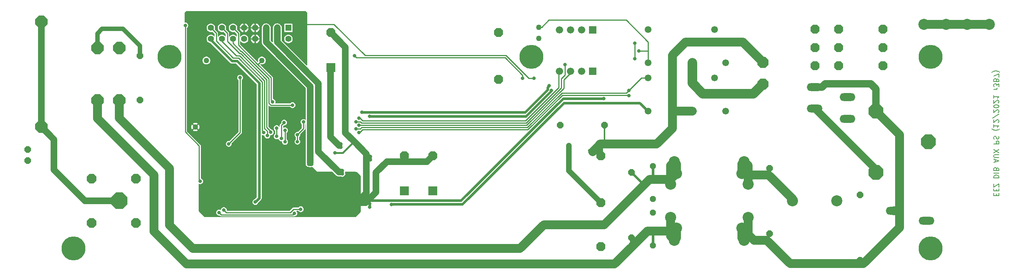
<source format=gbr>
%TF.GenerationSoftware,KiCad,Pcbnew,7.0.10-7.0.10~ubuntu22.04.1*%
%TF.CreationDate,2024-01-02T16:00:03+01:00*%
%TF.ProjectId,EEZ DIB AUX-PS,45455a20-4449-4422-9041-55582d50532e,r3B7*%
%TF.SameCoordinates,Original*%
%TF.FileFunction,Copper,L2,Bot*%
%TF.FilePolarity,Positive*%
%FSLAX46Y46*%
G04 Gerber Fmt 4.6, Leading zero omitted, Abs format (unit mm)*
G04 Created by KiCad (PCBNEW 7.0.10-7.0.10~ubuntu22.04.1) date 2024-01-02 16:00:03*
%MOMM*%
%LPD*%
G01*
G04 APERTURE LIST*
G04 Aperture macros list*
%AMOutline5P*
0 Free polygon, 5 corners , with rotation*
0 The origin of the aperture is its center*
0 number of corners: always 5*
0 $1 to $10 corner X, Y*
0 $11 Rotation angle, in degrees counterclockwise*
0 create outline with 5 corners*
4,1,5,$1,$2,$3,$4,$5,$6,$7,$8,$9,$10,$1,$2,$11*%
%AMOutline6P*
0 Free polygon, 6 corners , with rotation*
0 The origin of the aperture is its center*
0 number of corners: always 6*
0 $1 to $12 corner X, Y*
0 $13 Rotation angle, in degrees counterclockwise*
0 create outline with 6 corners*
4,1,6,$1,$2,$3,$4,$5,$6,$7,$8,$9,$10,$11,$12,$1,$2,$13*%
%AMOutline7P*
0 Free polygon, 7 corners , with rotation*
0 The origin of the aperture is its center*
0 number of corners: always 7*
0 $1 to $14 corner X, Y*
0 $15 Rotation angle, in degrees counterclockwise*
0 create outline with 7 corners*
4,1,7,$1,$2,$3,$4,$5,$6,$7,$8,$9,$10,$11,$12,$13,$14,$1,$2,$15*%
%AMOutline8P*
0 Free polygon, 8 corners , with rotation*
0 The origin of the aperture is its center*
0 number of corners: always 8*
0 $1 to $16 corner X, Y*
0 $17 Rotation angle, in degrees counterclockwise*
0 create outline with 8 corners*
4,1,8,$1,$2,$3,$4,$5,$6,$7,$8,$9,$10,$11,$12,$13,$14,$15,$16,$1,$2,$17*%
G04 Aperture macros list end*
%ADD10C,0.127000*%
%TA.AperFunction,NonConductor*%
%ADD11C,0.127000*%
%TD*%
%TA.AperFunction,ComponentPad*%
%ADD12Outline8P,-0.762000X0.315631X-0.315631X0.762000X0.315631X0.762000X0.762000X0.315631X0.762000X-0.315631X0.315631X-0.762000X-0.315631X-0.762000X-0.762000X-0.315631X270.000000*%
%TD*%
%TA.AperFunction,ComponentPad*%
%ADD13Outline8P,-1.700000X0.704163X-0.704163X1.700000X0.704163X1.700000X1.700000X0.704163X1.700000X-0.704163X0.704163X-1.700000X-0.704163X-1.700000X-1.700000X-0.704163X0.000000*%
%TD*%
%TA.AperFunction,ComponentPad*%
%ADD14O,3.600000X1.800000*%
%TD*%
%TA.AperFunction,ComponentPad*%
%ADD15C,1.270000*%
%TD*%
%TA.AperFunction,ComponentPad*%
%ADD16Outline8P,-1.431000X0.592740X-0.592740X1.431000X0.592740X1.431000X1.431000X0.592740X1.431000X-0.592740X0.592740X-1.431000X-0.592740X-1.431000X-1.431000X-0.592740X0.000000*%
%TD*%
%TA.AperFunction,ComponentPad*%
%ADD17Outline8P,-1.050000X0.434924X-0.434924X1.050000X0.434924X1.050000X1.050000X0.434924X1.050000X-0.434924X0.434924X-1.050000X-0.434924X-1.050000X-1.050000X-0.434924X180.000000*%
%TD*%
%TA.AperFunction,ComponentPad*%
%ADD18R,2.100000X2.100000*%
%TD*%
%TA.AperFunction,ComponentPad*%
%ADD19C,5.500000*%
%TD*%
%TA.AperFunction,ComponentPad*%
%ADD20C,2.540000*%
%TD*%
%TA.AperFunction,ComponentPad*%
%ADD21C,1.549400*%
%TD*%
%TA.AperFunction,ComponentPad*%
%ADD22Outline8P,-0.685800X0.284068X-0.284068X0.685800X0.284068X0.685800X0.685800X0.284068X0.685800X-0.284068X0.284068X-0.685800X-0.284068X-0.685800X-0.685800X-0.284068X270.000000*%
%TD*%
%TA.AperFunction,ComponentPad*%
%ADD23R,1.422400X1.422400*%
%TD*%
%TA.AperFunction,ComponentPad*%
%ADD24C,1.422400*%
%TD*%
%TA.AperFunction,ComponentPad*%
%ADD25R,1.676400X1.676400*%
%TD*%
%TA.AperFunction,ComponentPad*%
%ADD26C,1.676400*%
%TD*%
%TA.AperFunction,ComponentPad*%
%ADD27Outline8P,-1.050000X0.434924X-0.434924X1.050000X0.434924X1.050000X1.050000X0.434924X1.050000X-0.434924X0.434924X-1.050000X-0.434924X-1.050000X-1.050000X-0.434924X0.000000*%
%TD*%
%TA.AperFunction,ComponentPad*%
%ADD28Outline8P,-1.092200X0.452404X-0.452404X1.092200X0.452404X1.092200X1.092200X0.452404X1.092200X-0.452404X0.452404X-1.092200X-0.452404X-1.092200X-1.092200X-0.452404X180.000000*%
%TD*%
%TA.AperFunction,ComponentPad*%
%ADD29Outline8P,-1.905000X0.789077X-0.789077X1.905000X0.789077X1.905000X1.905000X0.789077X1.905000X-0.789077X0.789077X-1.905000X-0.789077X-1.905000X-1.905000X-0.789077X180.000000*%
%TD*%
%TA.AperFunction,ComponentPad*%
%ADD30Outline8P,-0.762000X0.315631X-0.315631X0.762000X0.315631X0.762000X0.762000X0.315631X0.762000X-0.315631X0.315631X-0.762000X-0.315631X-0.762000X-0.762000X-0.315631X180.000000*%
%TD*%
%TA.AperFunction,ComponentPad*%
%ADD31Outline8P,-0.762000X0.315631X-0.315631X0.762000X0.315631X0.762000X0.762000X0.315631X0.762000X-0.315631X0.315631X-0.762000X-0.315631X-0.762000X-0.762000X-0.315631X90.000000*%
%TD*%
%TA.AperFunction,ComponentPad*%
%ADD32Outline8P,-1.050000X0.434924X-0.434924X1.050000X0.434924X1.050000X1.050000X0.434924X1.050000X-0.434924X0.434924X-1.050000X-0.434924X-1.050000X-1.050000X-0.434924X90.000000*%
%TD*%
%TA.AperFunction,ComponentPad*%
%ADD33Outline8P,-0.750000X0.310660X-0.310660X0.750000X0.310660X0.750000X0.750000X0.310660X0.750000X-0.310660X0.310660X-0.750000X-0.310660X-0.750000X-0.750000X-0.310660X0.000000*%
%TD*%
%TA.AperFunction,ComponentPad*%
%ADD34Outline8P,-1.270000X0.526051X-0.526051X1.270000X0.526051X1.270000X1.270000X0.526051X1.270000X-0.526051X0.526051X-1.270000X-0.526051X-1.270000X-1.270000X-0.526051X270.000000*%
%TD*%
%TA.AperFunction,ViaPad*%
%ADD35C,0.806400*%
%TD*%
%TA.AperFunction,Conductor*%
%ADD36C,2.032000*%
%TD*%
%TA.AperFunction,Conductor*%
%ADD37C,1.676400*%
%TD*%
%TA.AperFunction,Conductor*%
%ADD38C,0.609600*%
%TD*%
%TA.AperFunction,Conductor*%
%ADD39C,0.203200*%
%TD*%
%TA.AperFunction,Conductor*%
%ADD40C,0.254000*%
%TD*%
%TA.AperFunction,Conductor*%
%ADD41C,1.524000*%
%TD*%
%TA.AperFunction,Conductor*%
%ADD42C,1.016000*%
%TD*%
%TA.AperFunction,Conductor*%
%ADD43C,0.304800*%
%TD*%
%TA.AperFunction,Conductor*%
%ADD44C,1.270000*%
%TD*%
%TA.AperFunction,Conductor*%
%ADD45C,0.406400*%
%TD*%
%TA.AperFunction,Conductor*%
%ADD46C,0.812800*%
%TD*%
%TA.AperFunction,Conductor*%
%ADD47C,2.184400*%
%TD*%
G04 APERTURE END LIST*
D10*
D11*
X259853989Y-117325290D02*
X259853989Y-116944290D01*
X259255275Y-116781004D02*
X259255275Y-117325290D01*
X259255275Y-117325290D02*
X260398275Y-117325290D01*
X260398275Y-117325290D02*
X260398275Y-116781004D01*
X259853989Y-116291147D02*
X259853989Y-115910147D01*
X259255275Y-115746861D02*
X259255275Y-116291147D01*
X259255275Y-116291147D02*
X260398275Y-116291147D01*
X260398275Y-116291147D02*
X260398275Y-115746861D01*
X260398275Y-115365861D02*
X260398275Y-114603861D01*
X260398275Y-114603861D02*
X259255275Y-115365861D01*
X259255275Y-115365861D02*
X259255275Y-114603861D01*
X259255275Y-113297576D02*
X260398275Y-113297576D01*
X260398275Y-113297576D02*
X260398275Y-113025433D01*
X260398275Y-113025433D02*
X260343846Y-112862147D01*
X260343846Y-112862147D02*
X260234989Y-112753290D01*
X260234989Y-112753290D02*
X260126132Y-112698861D01*
X260126132Y-112698861D02*
X259908418Y-112644433D01*
X259908418Y-112644433D02*
X259745132Y-112644433D01*
X259745132Y-112644433D02*
X259527418Y-112698861D01*
X259527418Y-112698861D02*
X259418561Y-112753290D01*
X259418561Y-112753290D02*
X259309704Y-112862147D01*
X259309704Y-112862147D02*
X259255275Y-113025433D01*
X259255275Y-113025433D02*
X259255275Y-113297576D01*
X259255275Y-112154576D02*
X260398275Y-112154576D01*
X259853989Y-111229290D02*
X259799561Y-111066004D01*
X259799561Y-111066004D02*
X259745132Y-111011575D01*
X259745132Y-111011575D02*
X259636275Y-110957147D01*
X259636275Y-110957147D02*
X259472989Y-110957147D01*
X259472989Y-110957147D02*
X259364132Y-111011575D01*
X259364132Y-111011575D02*
X259309704Y-111066004D01*
X259309704Y-111066004D02*
X259255275Y-111174861D01*
X259255275Y-111174861D02*
X259255275Y-111610290D01*
X259255275Y-111610290D02*
X260398275Y-111610290D01*
X260398275Y-111610290D02*
X260398275Y-111229290D01*
X260398275Y-111229290D02*
X260343846Y-111120433D01*
X260343846Y-111120433D02*
X260289418Y-111066004D01*
X260289418Y-111066004D02*
X260180561Y-111011575D01*
X260180561Y-111011575D02*
X260071704Y-111011575D01*
X260071704Y-111011575D02*
X259962846Y-111066004D01*
X259962846Y-111066004D02*
X259908418Y-111120433D01*
X259908418Y-111120433D02*
X259853989Y-111229290D01*
X259853989Y-111229290D02*
X259853989Y-111610290D01*
X259581846Y-109650861D02*
X259581846Y-109106576D01*
X259255275Y-109759718D02*
X260398275Y-109378718D01*
X260398275Y-109378718D02*
X259255275Y-108997718D01*
X260398275Y-108616719D02*
X259472989Y-108616719D01*
X259472989Y-108616719D02*
X259364132Y-108562290D01*
X259364132Y-108562290D02*
X259309704Y-108507862D01*
X259309704Y-108507862D02*
X259255275Y-108399004D01*
X259255275Y-108399004D02*
X259255275Y-108181290D01*
X259255275Y-108181290D02*
X259309704Y-108072433D01*
X259309704Y-108072433D02*
X259364132Y-108018004D01*
X259364132Y-108018004D02*
X259472989Y-107963576D01*
X259472989Y-107963576D02*
X260398275Y-107963576D01*
X260398275Y-107528147D02*
X259255275Y-106766147D01*
X260398275Y-106766147D02*
X259255275Y-107528147D01*
X259255275Y-105459862D02*
X260398275Y-105459862D01*
X260398275Y-105459862D02*
X260398275Y-105024433D01*
X260398275Y-105024433D02*
X260343846Y-104915576D01*
X260343846Y-104915576D02*
X260289418Y-104861147D01*
X260289418Y-104861147D02*
X260180561Y-104806719D01*
X260180561Y-104806719D02*
X260017275Y-104806719D01*
X260017275Y-104806719D02*
X259908418Y-104861147D01*
X259908418Y-104861147D02*
X259853989Y-104915576D01*
X259853989Y-104915576D02*
X259799561Y-105024433D01*
X259799561Y-105024433D02*
X259799561Y-105459862D01*
X259309704Y-104371290D02*
X259255275Y-104208005D01*
X259255275Y-104208005D02*
X259255275Y-103935862D01*
X259255275Y-103935862D02*
X259309704Y-103827005D01*
X259309704Y-103827005D02*
X259364132Y-103772576D01*
X259364132Y-103772576D02*
X259472989Y-103718147D01*
X259472989Y-103718147D02*
X259581846Y-103718147D01*
X259581846Y-103718147D02*
X259690704Y-103772576D01*
X259690704Y-103772576D02*
X259745132Y-103827005D01*
X259745132Y-103827005D02*
X259799561Y-103935862D01*
X259799561Y-103935862D02*
X259853989Y-104153576D01*
X259853989Y-104153576D02*
X259908418Y-104262433D01*
X259908418Y-104262433D02*
X259962846Y-104316862D01*
X259962846Y-104316862D02*
X260071704Y-104371290D01*
X260071704Y-104371290D02*
X260180561Y-104371290D01*
X260180561Y-104371290D02*
X260289418Y-104316862D01*
X260289418Y-104316862D02*
X260343846Y-104262433D01*
X260343846Y-104262433D02*
X260398275Y-104153576D01*
X260398275Y-104153576D02*
X260398275Y-103881433D01*
X260398275Y-103881433D02*
X260343846Y-103718147D01*
X258819846Y-102030862D02*
X258874275Y-102085291D01*
X258874275Y-102085291D02*
X259037561Y-102194148D01*
X259037561Y-102194148D02*
X259146418Y-102248577D01*
X259146418Y-102248577D02*
X259309704Y-102303005D01*
X259309704Y-102303005D02*
X259581846Y-102357434D01*
X259581846Y-102357434D02*
X259799561Y-102357434D01*
X259799561Y-102357434D02*
X260071704Y-102303005D01*
X260071704Y-102303005D02*
X260234989Y-102248577D01*
X260234989Y-102248577D02*
X260343846Y-102194148D01*
X260343846Y-102194148D02*
X260507132Y-102085291D01*
X260507132Y-102085291D02*
X260561561Y-102030862D01*
X259255275Y-100996719D02*
X259255275Y-101649862D01*
X259255275Y-101323291D02*
X260398275Y-101323291D01*
X260398275Y-101323291D02*
X260234989Y-101432148D01*
X260234989Y-101432148D02*
X260126132Y-101541005D01*
X260126132Y-101541005D02*
X260071704Y-101649862D01*
X260289418Y-100561291D02*
X260343846Y-100506863D01*
X260343846Y-100506863D02*
X260398275Y-100398006D01*
X260398275Y-100398006D02*
X260398275Y-100125863D01*
X260398275Y-100125863D02*
X260343846Y-100017006D01*
X260343846Y-100017006D02*
X260289418Y-99962577D01*
X260289418Y-99962577D02*
X260180561Y-99908148D01*
X260180561Y-99908148D02*
X260071704Y-99908148D01*
X260071704Y-99908148D02*
X259908418Y-99962577D01*
X259908418Y-99962577D02*
X259255275Y-100615720D01*
X259255275Y-100615720D02*
X259255275Y-99908148D01*
X260452704Y-98601863D02*
X258983132Y-99581577D01*
X260289418Y-98275291D02*
X260343846Y-98220863D01*
X260343846Y-98220863D02*
X260398275Y-98112006D01*
X260398275Y-98112006D02*
X260398275Y-97839863D01*
X260398275Y-97839863D02*
X260343846Y-97731006D01*
X260343846Y-97731006D02*
X260289418Y-97676577D01*
X260289418Y-97676577D02*
X260180561Y-97622148D01*
X260180561Y-97622148D02*
X260071704Y-97622148D01*
X260071704Y-97622148D02*
X259908418Y-97676577D01*
X259908418Y-97676577D02*
X259255275Y-98329720D01*
X259255275Y-98329720D02*
X259255275Y-97622148D01*
X260398275Y-96914577D02*
X260398275Y-96805720D01*
X260398275Y-96805720D02*
X260343846Y-96696863D01*
X260343846Y-96696863D02*
X260289418Y-96642435D01*
X260289418Y-96642435D02*
X260180561Y-96588006D01*
X260180561Y-96588006D02*
X259962846Y-96533577D01*
X259962846Y-96533577D02*
X259690704Y-96533577D01*
X259690704Y-96533577D02*
X259472989Y-96588006D01*
X259472989Y-96588006D02*
X259364132Y-96642435D01*
X259364132Y-96642435D02*
X259309704Y-96696863D01*
X259309704Y-96696863D02*
X259255275Y-96805720D01*
X259255275Y-96805720D02*
X259255275Y-96914577D01*
X259255275Y-96914577D02*
X259309704Y-97023435D01*
X259309704Y-97023435D02*
X259364132Y-97077863D01*
X259364132Y-97077863D02*
X259472989Y-97132292D01*
X259472989Y-97132292D02*
X259690704Y-97186720D01*
X259690704Y-97186720D02*
X259962846Y-97186720D01*
X259962846Y-97186720D02*
X260180561Y-97132292D01*
X260180561Y-97132292D02*
X260289418Y-97077863D01*
X260289418Y-97077863D02*
X260343846Y-97023435D01*
X260343846Y-97023435D02*
X260398275Y-96914577D01*
X260289418Y-96098149D02*
X260343846Y-96043721D01*
X260343846Y-96043721D02*
X260398275Y-95934864D01*
X260398275Y-95934864D02*
X260398275Y-95662721D01*
X260398275Y-95662721D02*
X260343846Y-95553864D01*
X260343846Y-95553864D02*
X260289418Y-95499435D01*
X260289418Y-95499435D02*
X260180561Y-95445006D01*
X260180561Y-95445006D02*
X260071704Y-95445006D01*
X260071704Y-95445006D02*
X259908418Y-95499435D01*
X259908418Y-95499435D02*
X259255275Y-96152578D01*
X259255275Y-96152578D02*
X259255275Y-95445006D01*
X259255275Y-94356435D02*
X259255275Y-95009578D01*
X259255275Y-94683007D02*
X260398275Y-94683007D01*
X260398275Y-94683007D02*
X260234989Y-94791864D01*
X260234989Y-94791864D02*
X260126132Y-94900721D01*
X260126132Y-94900721D02*
X260071704Y-95009578D01*
X259255275Y-92995722D02*
X260017275Y-92995722D01*
X259799561Y-92995722D02*
X259908418Y-92941293D01*
X259908418Y-92941293D02*
X259962846Y-92886865D01*
X259962846Y-92886865D02*
X260017275Y-92778007D01*
X260017275Y-92778007D02*
X260017275Y-92669150D01*
X260398275Y-92397008D02*
X260398275Y-91689436D01*
X260398275Y-91689436D02*
X259962846Y-92070436D01*
X259962846Y-92070436D02*
X259962846Y-91907151D01*
X259962846Y-91907151D02*
X259908418Y-91798294D01*
X259908418Y-91798294D02*
X259853989Y-91743865D01*
X259853989Y-91743865D02*
X259745132Y-91689436D01*
X259745132Y-91689436D02*
X259472989Y-91689436D01*
X259472989Y-91689436D02*
X259364132Y-91743865D01*
X259364132Y-91743865D02*
X259309704Y-91798294D01*
X259309704Y-91798294D02*
X259255275Y-91907151D01*
X259255275Y-91907151D02*
X259255275Y-92233722D01*
X259255275Y-92233722D02*
X259309704Y-92342579D01*
X259309704Y-92342579D02*
X259364132Y-92397008D01*
X259853989Y-90818580D02*
X259799561Y-90655294D01*
X259799561Y-90655294D02*
X259745132Y-90600865D01*
X259745132Y-90600865D02*
X259636275Y-90546437D01*
X259636275Y-90546437D02*
X259472989Y-90546437D01*
X259472989Y-90546437D02*
X259364132Y-90600865D01*
X259364132Y-90600865D02*
X259309704Y-90655294D01*
X259309704Y-90655294D02*
X259255275Y-90764151D01*
X259255275Y-90764151D02*
X259255275Y-91199580D01*
X259255275Y-91199580D02*
X260398275Y-91199580D01*
X260398275Y-91199580D02*
X260398275Y-90818580D01*
X260398275Y-90818580D02*
X260343846Y-90709723D01*
X260343846Y-90709723D02*
X260289418Y-90655294D01*
X260289418Y-90655294D02*
X260180561Y-90600865D01*
X260180561Y-90600865D02*
X260071704Y-90600865D01*
X260071704Y-90600865D02*
X259962846Y-90655294D01*
X259962846Y-90655294D02*
X259908418Y-90709723D01*
X259908418Y-90709723D02*
X259853989Y-90818580D01*
X259853989Y-90818580D02*
X259853989Y-91199580D01*
X260398275Y-90165437D02*
X260398275Y-89403437D01*
X260398275Y-89403437D02*
X259255275Y-89893294D01*
X258819846Y-89076866D02*
X258874275Y-89022437D01*
X258874275Y-89022437D02*
X259037561Y-88913580D01*
X259037561Y-88913580D02*
X259146418Y-88859152D01*
X259146418Y-88859152D02*
X259309704Y-88804723D01*
X259309704Y-88804723D02*
X259581846Y-88750294D01*
X259581846Y-88750294D02*
X259799561Y-88750294D01*
X259799561Y-88750294D02*
X260071704Y-88804723D01*
X260071704Y-88804723D02*
X260234989Y-88859152D01*
X260234989Y-88859152D02*
X260343846Y-88913580D01*
X260343846Y-88913580D02*
X260507132Y-89022437D01*
X260507132Y-89022437D02*
X260561561Y-89076866D01*
D12*
%TO.P,C10,1,1*%
%TO.N,AC_N_OUT*%
X63532600Y-85275100D03*
%TO.P,C10,2,2*%
%TO.N,AC_L_OUT*%
X63532600Y-95435100D03*
%TD*%
D13*
%TO.P,J4,L,L*%
%TO.N,/AC input\u002C soft start and bias power/AC_L_IN*%
X232251100Y-112003600D03*
%TO.P,J4,N,N*%
%TO.N,/AC input\u002C soft start and bias power/AC_N_IN*%
X232251100Y-98003600D03*
%TO.P,J4,PE,PE*%
%TO.N,PE*%
X244251100Y-105003600D03*
%TD*%
D14*
%TO.P,VAR1,1,1*%
%TO.N,Net-(SAR1-P$1)*%
X225723100Y-99704600D03*
%TO.P,VAR1,2,2*%
%TO.N,/AC input\u002C soft start and bias power/AC_L_IN*%
X218223100Y-97404600D03*
%TD*%
D15*
%TO.P,TP3,1,P$1*%
%TO.N,GND*%
X76200000Y-101600000D03*
%TD*%
D16*
%TO.P,SW1,1,P*%
%TO.N,Net-(L4A-2)*%
X53751100Y-95503600D03*
%TO.P,SW1,1A,S*%
%TO.N,AC_N_OUT*%
X53751100Y-83503600D03*
%TO.P,SW1,2,P1*%
%TO.N,Net-(SW1-P1)*%
X58751100Y-95503600D03*
%TO.P,SW1,2A,S1*%
%TO.N,AC_L_OUT*%
X58751100Y-83503600D03*
%TO.P,SW1,PE,PE*%
%TO.N,PE*%
X40851100Y-77503600D03*
X40851100Y-101503600D03*
%TD*%
D17*
%TO.P,TR2,ACL,AC/L*%
%TO.N,AC_L_OUT*%
X145729000Y-79950000D03*
%TO.P,TR2,ACN,AC/N*%
%TO.N,AC_N_OUT*%
X145729000Y-90700000D03*
D18*
%TO.P,TR2,V+,+*%
%TO.N,Net-(TR2-+)*%
X107229000Y-87950000D03*
D17*
%TO.P,TR2,V-,-*%
%TO.N,GND*%
X107229000Y-79950000D03*
%TD*%
D14*
%TO.P,VAR2,1,1*%
%TO.N,/AC input\u002C soft start and bias power/AC_N_IN*%
X218223100Y-92451600D03*
%TO.P,VAR2,2,2*%
%TO.N,Net-(SAR1-P$1)*%
X225723100Y-94751600D03*
%TD*%
D19*
%TO.P,H1,1,1*%
%TO.N,PE*%
X48250000Y-129500000D03*
%TD*%
%TO.P,H5,1,1*%
%TO.N,unconnected-(H5-Pad1)*%
X244750000Y-129500000D03*
%TD*%
D20*
%TO.P,L3,1,1*%
%TO.N,/AC input\u002C soft start and bias power/AC_L_IN*%
X223243100Y-118557100D03*
%TO.P,L3,2,2*%
%TO.N,Net-(C6-Pad1)*%
X213083100Y-118557100D03*
%TD*%
D21*
%TO.P,K2,C1,C1*%
%TO.N,+5V*%
X179999600Y-97983100D03*
%TO.P,K2,C2,C2*%
%TO.N,PWR_DIR_OUT*%
X179999600Y-90363100D03*
%TO.P,K2,O,O*%
%TO.N,/AC input\u002C soft start and bias power/AC_L_SS*%
X197779600Y-97983100D03*
%TO.P,K2,P,P*%
%TO.N,AC_L_OUT*%
X190159600Y-97983100D03*
%TO.P,K2,S,S*%
%TO.N,unconnected-(K2-PadS)*%
X195239600Y-90363100D03*
%TD*%
D22*
%TO.P,C8,1,1*%
%TO.N,PE*%
X181142600Y-121284100D03*
%TO.P,C8,2,2*%
%TO.N,Net-(L4A-2)*%
X181142600Y-128784100D03*
%TD*%
D12*
%TO.P,C3,1,1*%
%TO.N,/AC input\u002C soft start and bias power/AC_L_IN*%
X228577100Y-117160100D03*
%TO.P,C3,2,2*%
%TO.N,/AC input\u002C soft start and bias power/AC_N_IN*%
X228577100Y-132146100D03*
%TD*%
D15*
%TO.P,TP2,1,P$1*%
%TO.N,+12V*%
X154940000Y-81280000D03*
%TD*%
D21*
%TO.P,K1,C1,C1*%
%TO.N,+5V*%
X179999600Y-86870600D03*
%TO.P,K1,C2,C2*%
%TO.N,Net-(D3-PadA)*%
X179999600Y-79250600D03*
%TO.P,K1,O,O*%
%TO.N,/AC input\u002C soft start and bias power/AC_L_SS*%
X197779600Y-86870600D03*
%TO.P,K1,P,P*%
%TO.N,Net-(K1-PadP)*%
X190159600Y-86870600D03*
%TO.P,K1,S,S*%
%TO.N,unconnected-(K1-PadS)*%
X195239600Y-79250600D03*
%TD*%
D22*
%TO.P,C7,1,1*%
%TO.N,Net-(SW1-P1)*%
X181142600Y-110616100D03*
%TO.P,C7,2,2*%
%TO.N,PE*%
X181142600Y-118116100D03*
%TD*%
D23*
%TO.P,X1,1,Pin_1*%
%TO.N,PE*%
X97536000Y-78867000D03*
D24*
%TO.P,X1,2,Pin_2*%
%TO.N,AC_FREQ_OUT*%
X97536000Y-81407000D03*
%TO.P,X1,3,Pin_3*%
%TO.N,+12V*%
X94996000Y-78867000D03*
%TO.P,X1,4,Pin_4*%
X94996000Y-81407000D03*
%TO.P,X1,5,Pin_5*%
%TO.N,+5V*%
X92456000Y-78867000D03*
%TO.P,X1,6,Pin_6*%
X92456000Y-81407000D03*
%TO.P,X1,7,Pin_7*%
%TO.N,GND*%
X89916000Y-78867000D03*
%TO.P,X1,8,Pin_8*%
X89916000Y-81407000D03*
%TO.P,X1,9,Pin_9*%
X87376000Y-78867000D03*
%TO.P,X1,10,Pin_10*%
%TO.N,unconnected-(X1-Pin_10-Pad10)*%
X87376000Y-81407000D03*
%TO.P,X1,11,Pin_11*%
%TO.N,/AC input\u002C soft start and bias power/PWR_SSTART*%
X84836000Y-78867000D03*
%TO.P,X1,12,Pin_12*%
%TO.N,/AC input\u002C soft start and bias power/PWR_DIRECT*%
X84836000Y-81407000D03*
%TO.P,X1,13,Pin_13*%
%TO.N,SSCL*%
X82296000Y-78867000D03*
%TO.P,X1,14,Pin_14*%
%TO.N,SSDA*%
X82296000Y-81407000D03*
%TO.P,X1,15,Pin_15*%
%TO.N,~{FAULT}*%
X79756000Y-78867000D03*
%TO.P,X1,16,Pin_16*%
%TO.N,+3V3*%
X79756000Y-81407000D03*
%TD*%
D25*
%TO.P,X4,1,Pin_1*%
%TO.N,/Fan controller\u002C AC freq\u002C standby LED/FAN_OUT-*%
X167322500Y-79375000D03*
D26*
%TO.P,X4,2,Pin_2*%
%TO.N,/Fan controller\u002C AC freq\u002C standby LED/FAN_OUT+*%
X164782500Y-79375000D03*
%TO.P,X4,3,Pin_3*%
%TO.N,/Fan controller\u002C AC freq\u002C standby LED/FAN_SENSE1*%
X162242500Y-79375000D03*
%TO.P,X4,4,Pin_4*%
%TO.N,/Fan controller\u002C AC freq\u002C standby LED/PWM_OUT*%
X159702500Y-79375000D03*
%TD*%
D27*
%TO.P,X3,1,Pin_1*%
%TO.N,/AC input\u002C soft start and bias power/AC_L_SS*%
X233807000Y-79183120D03*
%TO.P,X3,2,Pin_2*%
%TO.N,AC_N_OUT*%
X233807000Y-83383120D03*
%TO.P,X3,3,Pin_3*%
%TO.N,PE*%
X233807000Y-87583120D03*
%TD*%
D15*
%TO.P,TP1,1,P$1*%
%TO.N,+5V*%
X154940000Y-78740000D03*
%TD*%
%TO.P,TP5,1,P$1*%
%TO.N,/AC input\u002C soft start and bias power/PWR_SSTART*%
X91440000Y-86360000D03*
%TD*%
%TO.P,TP4,1,P$1*%
%TO.N,/AC input\u002C soft start and bias power/PWR_DIRECT*%
X78740000Y-86360000D03*
%TD*%
D25*
%TO.P,X5,1,Pin_1*%
%TO.N,/Fan controller\u002C AC freq\u002C standby LED/FAN_OUT-*%
X167322500Y-88836500D03*
D26*
%TO.P,X5,2,Pin_2*%
%TO.N,/Fan controller\u002C AC freq\u002C standby LED/FAN_OUT+*%
X164782500Y-88836500D03*
%TO.P,X5,3,Pin_3*%
%TO.N,/Fan controller\u002C AC freq\u002C standby LED/FAN_SENSE2*%
X162242500Y-88836500D03*
%TO.P,X5,4,Pin_4*%
%TO.N,/Fan controller\u002C AC freq\u002C standby LED/PWM_OUT*%
X159702500Y-88836500D03*
%TD*%
D20*
%TO.P,J3,1*%
%TO.N,PE*%
X253111000Y-78041500D03*
%TO.P,J3,2*%
X258191000Y-78041500D03*
%TD*%
D28*
%TO.P,J1,*%
%TO.N,*%
X62551100Y-123583600D03*
X62551100Y-113423600D03*
X52391100Y-123583600D03*
X52391100Y-113423600D03*
D29*
%TO.P,J1,1,Pin_1*%
%TO.N,PE*%
X58751100Y-118503600D03*
%TD*%
D27*
%TO.P,TR1,ACL,AC/L*%
%TO.N,AC_L_OUT*%
X169137600Y-108210100D03*
%TO.P,TR1,ACN,AC/N*%
%TO.N,AC_N_OUT*%
X169137600Y-129010100D03*
D17*
X169137600Y-118960100D03*
D18*
%TO.P,TR1,V+,+*%
%TO.N,Net-(TR1-+)*%
X130637600Y-116210100D03*
X124137600Y-116210100D03*
D17*
%TO.P,TR1,V-,-*%
%TO.N,GND*%
X130637600Y-108210100D03*
D27*
X124137600Y-108210100D03*
%TD*%
D30*
%TO.P,C11,1,1*%
%TO.N,AC_L_OUT*%
X170030100Y-101158100D03*
%TO.P,C11,2,2*%
%TO.N,Net-(C11-Pad2)*%
X159870100Y-101158100D03*
%TD*%
D12*
%TO.P,C6,1,1*%
%TO.N,Net-(C6-Pad1)*%
X207876100Y-111064100D03*
%TO.P,C6,2,2*%
%TO.N,/AC input\u002C soft start and bias power/AC_N_IN*%
X207876100Y-126050100D03*
%TD*%
D31*
%TO.P,C9,1,1*%
%TO.N,Net-(L4A-2)*%
X176189600Y-127002600D03*
%TO.P,C9,2,2*%
%TO.N,Net-(SW1-P1)*%
X176189600Y-112016600D03*
%TD*%
D32*
%TO.P,X2,1,Pin_1*%
%TO.N,/AC input\u002C soft start and bias power/AC_L_SS*%
X223730000Y-79175500D03*
%TO.P,X2,2,Pin_2*%
%TO.N,AC_N_OUT*%
X223730000Y-83375500D03*
%TO.P,X2,3,Pin_3*%
%TO.N,PE*%
X223730000Y-87575500D03*
%TO.P,X2,4,Pin_4*%
%TO.N,/AC input\u002C soft start and bias power/AC_L_SS*%
X218230000Y-79175500D03*
%TO.P,X2,5,Pin_5*%
%TO.N,AC_N_OUT*%
X218230000Y-83375500D03*
%TO.P,X2,6,Pin_6*%
%TO.N,PE*%
X218230000Y-87575500D03*
%TD*%
D19*
%TO.P,H2,1,1*%
%TO.N,PE*%
X244750000Y-85500000D03*
%TD*%
D14*
%TO.P,VAR3,1,1*%
%TO.N,/AC input\u002C soft start and bias power/AC_L_IN*%
X243820600Y-123136100D03*
%TO.P,VAR3,2,2*%
%TO.N,/AC input\u002C soft start and bias power/AC_N_IN*%
X236320600Y-120836100D03*
%TD*%
D33*
%TO.P,LED1,A,A*%
%TO.N,+5V*%
X37751100Y-106733600D03*
%TO.P,LED1,C,C*%
%TO.N,Net-(LED1-PadC)*%
X37751100Y-109273600D03*
%TD*%
D20*
%TO.P,L4,1,1*%
%TO.N,Net-(C6-Pad1)*%
X202923100Y-114747100D03*
X202033100Y-109557100D03*
X201533100Y-112307100D03*
%TO.P,L4,2,2*%
%TO.N,Net-(SW1-P1)*%
X186533100Y-112307100D03*
X186033100Y-109557100D03*
X185143100Y-114747100D03*
%TO.P,L4,3,1*%
%TO.N,/AC input\u002C soft start and bias power/AC_N_IN*%
X202923100Y-122367100D03*
X202033100Y-127557100D03*
X201533100Y-124807100D03*
%TO.P,L4,4,2*%
%TO.N,Net-(L4A-2)*%
X186533100Y-124807100D03*
X186033100Y-127557100D03*
X185143100Y-122367100D03*
%TD*%
D19*
%TO.P,H4,1,1*%
%TO.N,unconnected-(H4-Pad1)*%
X70250000Y-85500000D03*
%TD*%
D34*
%TO.P,NTC1,1*%
%TO.N,AC_L_OUT*%
X206352100Y-86783600D03*
%TO.P,NTC1,2*%
%TO.N,Net-(K1-PadP)*%
X206352100Y-91783600D03*
%TD*%
D20*
%TO.P,J2,1*%
%TO.N,PE*%
X243205000Y-78041500D03*
%TO.P,J2,2*%
X248285000Y-78041500D03*
%TD*%
D19*
%TO.P,H3,1,1*%
%TO.N,unconnected-(H3-Pad1)*%
X153250000Y-85500000D03*
%TD*%
D35*
%TO.N,Net-(TR2-+)*%
X109578100Y-106238100D03*
X109578100Y-105539600D03*
%TO.N,/Fan controller\u002C AC freq\u002C standby LED/12V_PWM*%
X157838100Y-93220600D03*
X116182100Y-99189600D03*
%TO.N,Net-(D3-PadA)*%
X175618100Y-94427100D03*
X95925600Y-104206100D03*
X113705600Y-102872600D03*
X96560600Y-100586600D03*
%TO.N,Net-(D3-PadC)*%
X176951600Y-82362100D03*
X176951600Y-85918100D03*
%TO.N,SSCL*%
X93512600Y-102809100D03*
%TO.N,SSDA*%
X92687100Y-103571100D03*
%TO.N,~{FAULT}*%
X91861600Y-102872600D03*
%TO.N,/Fan controller\u002C AC freq\u002C standby LED/PWM_OUT*%
X94846100Y-103761600D03*
X94846100Y-101856600D03*
X113705600Y-99570600D03*
%TO.N,Net-(IC2-FB)*%
X83860600Y-105476100D03*
X86464100Y-90299600D03*
%TO.N,Net-(LED1-PadC)*%
X77320100Y-114048600D03*
X73891100Y-78298100D03*
%TO.N,AC_FREQ_OUT*%
X151228450Y-90424000D03*
X112689600Y-85283100D03*
%TO.N,/AC input\u002C soft start and bias power/PWR_DIRECT*%
X98465600Y-96586100D03*
%TO.N,/AC input\u002C soft start and bias power/PWR_SSTART*%
X93893600Y-95824100D03*
%TO.N,/Fan controller\u002C AC freq\u002C standby LED/FAN_SENSE1*%
X160949600Y-87315100D03*
X96751100Y-105031600D03*
X96751100Y-102364600D03*
X113007100Y-100396100D03*
%TO.N,/Fan controller\u002C AC freq\u002C standby LED/FAN_SENSE2*%
X113705600Y-101221600D03*
%TO.N,AC_L_OUT*%
X167490100Y-106238100D03*
X167490100Y-107889100D03*
X168315600Y-107063600D03*
X167490100Y-107063600D03*
X166664600Y-107063600D03*
%TO.N,AC_N_OUT*%
X161775100Y-105857100D03*
%TO.N,+5V*%
X100370600Y-120462100D03*
X102196600Y-110127100D03*
X121198600Y-119420700D03*
X177904100Y-84140100D03*
X82717600Y-120652600D03*
X102895100Y-110127100D03*
%TO.N,GND*%
X80177600Y-88331100D03*
X84622600Y-97729100D03*
X81066600Y-89220100D03*
X85511600Y-98618100D03*
X95925600Y-109095600D03*
X97576600Y-91760100D03*
X81955600Y-89220100D03*
X85511600Y-97729100D03*
X83733600Y-88331100D03*
X82844600Y-88331100D03*
X76621600Y-89220100D03*
X111229100Y-119128600D03*
X169839600Y-95062100D03*
X77510600Y-88331100D03*
X116372600Y-109159100D03*
X88305600Y-120398600D03*
X84622600Y-98618100D03*
X108183600Y-107508100D03*
X77510600Y-98618100D03*
X103291600Y-119192100D03*
X81066600Y-97729100D03*
X81955600Y-98618100D03*
X81066600Y-98618100D03*
X80177600Y-97729100D03*
X77510600Y-89220100D03*
X116182100Y-119954100D03*
X79288600Y-89220100D03*
X85511600Y-89220100D03*
X79288600Y-88331100D03*
X81955600Y-88331100D03*
X77510600Y-97729100D03*
X80177600Y-89220100D03*
X79288600Y-98618100D03*
X116372600Y-108397100D03*
X76621600Y-88331100D03*
X82844600Y-89220100D03*
X87312498Y-109032100D03*
X96433600Y-118684100D03*
X93957100Y-98110100D03*
X80114100Y-119700100D03*
X96116100Y-91760100D03*
X101767600Y-119192100D03*
X88496100Y-107190600D03*
X85511600Y-88331100D03*
X112689600Y-119128600D03*
X78399600Y-98618100D03*
X98465600Y-98110100D03*
X83733600Y-98618100D03*
X116182100Y-119192100D03*
X79288600Y-97729100D03*
X83733600Y-89220100D03*
X81066600Y-88331100D03*
X83733600Y-97729100D03*
X111229100Y-119890600D03*
X76621600Y-98618100D03*
X103291600Y-119954100D03*
X112689600Y-119890600D03*
X106974600Y-112270600D03*
X84622600Y-89220100D03*
X78399600Y-97729100D03*
X83670100Y-108460600D03*
X81955600Y-97729100D03*
X92115600Y-120398600D03*
X94465100Y-107127100D03*
X95798600Y-112524600D03*
X153828750Y-90424000D03*
X84622600Y-88331100D03*
X82844600Y-97729100D03*
X82844600Y-98618100D03*
X78399600Y-89220100D03*
X101767600Y-119954100D03*
X76621600Y-97729100D03*
X80177600Y-98618100D03*
X78399600Y-88331100D03*
%TO.N,+3V3*%
X89956600Y-118811100D03*
%TO.N,+12V*%
X157330100Y-92141100D03*
X104752100Y-98237100D03*
X109895600Y-112334100D03*
X109895600Y-111572100D03*
X104117100Y-94744600D03*
X114404100Y-98237100D03*
%TO.N,PWR_DIR_OUT*%
X175618100Y-93220600D03*
X81638100Y-121224100D03*
X113007100Y-102047100D03*
X99608600Y-104968100D03*
X99608600Y-103380600D03*
X98910100Y-121414600D03*
X101005600Y-100459600D03*
%TD*%
D36*
%TO.N,/AC input\u002C soft start and bias power/AC_N_IN*%
X237523600Y-120836100D02*
X237657600Y-120970100D01*
X202923100Y-126667100D02*
X202712600Y-126877600D01*
D37*
X219884600Y-92451600D02*
X220639600Y-91696600D01*
D38*
X207177600Y-127574100D02*
X207431600Y-127320100D01*
D39*
X228577100Y-132781100D02*
X228767600Y-132971600D01*
D36*
X212575100Y-132971600D02*
X207177600Y-127574100D01*
X201533100Y-127057100D02*
X202033100Y-127557100D01*
X236320600Y-120836100D02*
X237523600Y-120836100D01*
X201533100Y-124807100D02*
X204300100Y-127574100D01*
D39*
X228577100Y-132146100D02*
X228577100Y-132781100D01*
D36*
X202712600Y-126050100D02*
X202712600Y-126877600D01*
X237657600Y-120970100D02*
X237657600Y-124716600D01*
X202923100Y-122367100D02*
X202923100Y-126667100D01*
D37*
X231053600Y-91696600D02*
X232251100Y-92894100D01*
D36*
X229402600Y-132971600D02*
X228767600Y-132971600D01*
X237657600Y-103410100D02*
X232251100Y-98003600D01*
D37*
X218223100Y-92451600D02*
X219884600Y-92451600D01*
D36*
X202712600Y-126877600D02*
X202033100Y-127557100D01*
D38*
X207431600Y-127320100D02*
X207876100Y-126050100D01*
D36*
X201533100Y-124807100D02*
X201533100Y-127057100D01*
X228767600Y-132971600D02*
X212575100Y-132971600D01*
D37*
X232251100Y-92894100D02*
X232251100Y-98003600D01*
X220639600Y-91696600D02*
X231053600Y-91696600D01*
D36*
X237657600Y-103410100D02*
X237657600Y-120970100D01*
X204300100Y-127574100D02*
X207177600Y-127574100D01*
X229402600Y-132971600D02*
X237657600Y-124716600D01*
D37*
%TO.N,/AC input\u002C soft start and bias power/AC_L_IN*%
X218283100Y-97404600D02*
X232251100Y-111372600D01*
X232251100Y-111372600D02*
X232251100Y-112003600D01*
D36*
%TO.N,Net-(C6-Pad1)*%
X202923100Y-110853600D02*
X202712600Y-111064100D01*
X213083100Y-118049100D02*
X207622100Y-112588100D01*
X213083100Y-118557100D02*
X213083100Y-118049100D01*
X202923100Y-110447100D02*
X202923100Y-110853600D01*
X201533100Y-112307100D02*
X201533100Y-110057100D01*
D38*
X203621600Y-111973100D02*
X203621600Y-112588100D01*
X207495100Y-111127600D02*
X207495100Y-112588100D01*
X202712600Y-111064100D02*
X203621600Y-111973100D01*
D36*
X202923100Y-110447100D02*
X202033100Y-109557100D01*
X207622100Y-112588100D02*
X207495100Y-112588100D01*
D38*
X207876100Y-111064100D02*
X207495100Y-111127600D01*
D36*
X207495100Y-112588100D02*
X203621600Y-112588100D01*
X201533100Y-110057100D02*
X202033100Y-109557100D01*
X202923100Y-114747100D02*
X202923100Y-110853600D01*
D40*
%TO.N,Net-(TR2-+)*%
X109578100Y-106238100D02*
X109578100Y-105539600D01*
X109133600Y-105857100D02*
X109197100Y-105857100D01*
X109197100Y-105857100D02*
X109578100Y-106238100D01*
D41*
X107206100Y-87952600D02*
X107206100Y-103929600D01*
X107206100Y-103929600D02*
X109133600Y-105857100D01*
D38*
%TO.N,/Fan controller\u002C AC freq\u002C standby LED/12V_PWM*%
X157838100Y-93347600D02*
X157838100Y-93220600D01*
X151996100Y-99189600D02*
X116182100Y-99189600D01*
X151996100Y-99189600D02*
X157838100Y-93347600D01*
D36*
%TO.N,Net-(L4A-2)*%
X53751100Y-99623600D02*
X66715600Y-112588100D01*
X181269600Y-125478600D02*
X185861600Y-125478600D01*
X176157850Y-129193350D02*
X172316100Y-133035100D01*
D40*
X176189600Y-127002600D02*
X175821300Y-127002600D01*
D38*
X181142600Y-128844100D02*
X181142600Y-125605600D01*
D36*
X179872600Y-125478600D02*
X176157850Y-129193350D01*
X185143100Y-122367100D02*
X185143100Y-126667100D01*
D38*
X176189600Y-127002600D02*
X175935600Y-129193350D01*
D36*
X185651100Y-127193100D02*
X185660100Y-127184100D01*
X66715600Y-125605600D02*
X66715600Y-112588100D01*
D38*
X181142600Y-125605600D02*
X181269600Y-125478600D01*
D36*
X185660100Y-127184100D02*
X186033100Y-127557100D01*
X181269600Y-125478600D02*
X179872600Y-125478600D01*
X185143100Y-126667100D02*
X185660100Y-127184100D01*
X185861600Y-125478600D02*
X186533100Y-124807100D01*
X186533100Y-124807100D02*
X186533100Y-127057100D01*
X53751100Y-95503600D02*
X53751100Y-99623600D01*
X186533100Y-127057100D02*
X186033100Y-127557100D01*
X74145100Y-133035100D02*
X172316100Y-133035100D01*
X74145100Y-133035100D02*
X66715600Y-125605600D01*
D38*
X175935600Y-129193350D02*
X176157850Y-129193350D01*
D40*
%TO.N,Net-(D3-PadA)*%
X152440600Y-102237600D02*
X160378100Y-94300100D01*
X152440600Y-102237600D02*
X114531100Y-102237600D01*
X160378100Y-94300100D02*
X175491100Y-94300100D01*
X95925600Y-101221600D02*
X95925600Y-104206100D01*
X113896100Y-102872600D02*
X114531100Y-102237600D01*
X113705600Y-102872600D02*
X113896100Y-102872600D01*
X96560600Y-100586600D02*
X95925600Y-101221600D01*
X175491100Y-94300100D02*
X175618100Y-94427100D01*
%TO.N,Net-(D3-PadC)*%
X176951600Y-82362100D02*
X176951600Y-85918100D01*
%TO.N,SSCL*%
X86591100Y-84775100D02*
X92560100Y-90744100D01*
X86337100Y-84775100D02*
X86591100Y-84775100D01*
X82273100Y-78869600D02*
X82146100Y-78869600D01*
X93512600Y-102809100D02*
X93512600Y-102618600D01*
X86337100Y-84775100D02*
X83543100Y-81981100D01*
X92560100Y-101666100D02*
X92560100Y-90744100D01*
X83543100Y-81981100D02*
X83543100Y-80139600D01*
X92560100Y-101666100D02*
X93512600Y-102618600D01*
X82273100Y-78869600D02*
X83543100Y-80139600D01*
%TO.N,SSDA*%
X82273100Y-81981100D02*
X85575100Y-85283100D01*
X92052100Y-101920100D02*
X92052100Y-90998100D01*
X92052100Y-101920100D02*
X92687100Y-102555100D01*
X92687100Y-103571100D02*
X92687100Y-102555100D01*
X86337100Y-85283100D02*
X92052100Y-90998100D01*
X82273100Y-81409600D02*
X82273100Y-81981100D01*
X85575100Y-85283100D02*
X86337100Y-85283100D01*
%TO.N,~{FAULT}*%
X81003100Y-81917600D02*
X81003100Y-80139600D01*
X91544100Y-91252100D02*
X91544100Y-102555100D01*
X84876600Y-85791100D02*
X81003100Y-81917600D01*
X91544100Y-102555100D02*
X91861600Y-102872600D01*
X84876600Y-85791100D02*
X86083100Y-85791100D01*
X79733100Y-78869600D02*
X81003100Y-80139600D01*
X86083100Y-85791100D02*
X91544100Y-91252100D01*
%TO.N,/Fan controller\u002C AC freq\u002C standby LED/PWM_OUT*%
X151881800Y-100205600D02*
X114594600Y-100205600D01*
X113705600Y-99570600D02*
X113959600Y-99570600D01*
X151881800Y-100205600D02*
X159552600Y-92534800D01*
X159552600Y-88902600D02*
X159552600Y-92534800D01*
X113959600Y-99570600D02*
X114594600Y-100205600D01*
X94846100Y-103761600D02*
X94846100Y-101856600D01*
X159679600Y-88775600D02*
X159552600Y-88902600D01*
%TO.N,Net-(IC2-FB)*%
X83860600Y-105476100D02*
X86464100Y-102872600D01*
X86464100Y-102872600D02*
X86464100Y-90299600D01*
%TO.N,Net-(LED1-PadC)*%
X77066100Y-105920600D02*
X73891100Y-102745600D01*
X77320100Y-114048600D02*
X77066100Y-113794600D01*
X73891100Y-102745600D02*
X73891100Y-78298100D01*
X77066100Y-113794600D02*
X77066100Y-105920600D01*
%TO.N,AC_FREQ_OUT*%
X113134100Y-85727600D02*
X112689600Y-85283100D01*
X151228450Y-90424000D02*
X151415750Y-90611300D01*
X151228450Y-90424000D02*
X151228450Y-89722450D01*
X147233600Y-85727600D02*
X113134100Y-85727600D01*
X151228450Y-89722450D02*
X147233600Y-85727600D01*
%TO.N,/AC input\u002C soft start and bias power/PWR_DIRECT*%
X93068100Y-90553600D02*
X93068100Y-96141600D01*
X84813100Y-81409600D02*
X84813100Y-82425600D01*
X86781600Y-84267100D02*
X93068100Y-90553600D01*
X93068100Y-96141600D02*
X93512600Y-96586100D01*
X86654600Y-84267100D02*
X84813100Y-82425600D01*
X86781600Y-84267100D02*
X86654600Y-84267100D01*
X93512600Y-96586100D02*
X98465600Y-96586100D01*
%TO.N,/AC input\u002C soft start and bias power/PWR_SSTART*%
X91440000Y-86360000D02*
X90538250Y-87261750D01*
X90538250Y-87261750D02*
X93576100Y-90299600D01*
X93893600Y-95824100D02*
X93576100Y-95506600D01*
X86083100Y-82806600D02*
X90538250Y-87261750D01*
X84813100Y-78869600D02*
X86083100Y-80139600D01*
X93576100Y-90299600D02*
X93576100Y-95506600D01*
X86083100Y-80139600D02*
X86083100Y-82806600D01*
%TO.N,/Fan controller\u002C AC freq\u002C standby LED/FAN_SENSE1*%
X114023100Y-100396100D02*
X113007100Y-100396100D01*
X160124100Y-90490100D02*
X160124100Y-92611000D01*
X152021500Y-100713600D02*
X114340600Y-100713600D01*
X152021500Y-100713600D02*
X160124100Y-92611000D01*
X96751100Y-105031600D02*
X96751100Y-102364600D01*
X114340600Y-100713600D02*
X114023100Y-100396100D01*
X160949600Y-89664600D02*
X160949600Y-87315100D01*
X160949600Y-89664600D02*
X160124100Y-90490100D01*
%TO.N,/Fan controller\u002C AC freq\u002C standby LED/FAN_SENSE2*%
X152161200Y-101221600D02*
X113705600Y-101221600D01*
X160695600Y-90744100D02*
X160695600Y-92687200D01*
X162219600Y-88775600D02*
X162219600Y-89220100D01*
X160695600Y-90744100D02*
X162219600Y-89220100D01*
X152161200Y-101221600D02*
X160695600Y-92687200D01*
D36*
%TO.N,AC_L_OUT*%
X201740100Y-82171600D02*
X206352100Y-86783600D01*
X185587600Y-97856100D02*
X185587600Y-85156100D01*
X181968100Y-105539600D02*
X185587600Y-101920100D01*
X185587600Y-101920100D02*
X185587600Y-97856100D01*
D40*
X167299600Y-107254100D02*
X167490100Y-107063600D01*
D42*
X169137600Y-106234600D02*
X168728350Y-105825350D01*
D36*
X188572100Y-82171600D02*
X201740100Y-82171600D01*
X168728350Y-105825350D02*
X169014100Y-105539600D01*
X185587600Y-85156100D02*
X188572100Y-82171600D01*
X185714600Y-97983100D02*
X185587600Y-97856100D01*
X181968100Y-105539600D02*
X170411100Y-105539600D01*
D42*
X169137600Y-108210100D02*
X169137600Y-106234600D01*
D36*
X167299600Y-107254100D02*
X168728350Y-105825350D01*
X170411100Y-105539600D02*
X169014100Y-105539600D01*
D43*
X170030100Y-105158600D02*
X170411100Y-105539600D01*
X170030100Y-101158100D02*
X170030100Y-105158600D01*
D36*
X190159600Y-97983100D02*
X185714600Y-97983100D01*
D42*
%TO.N,AC_N_OUT*%
X63477100Y-85219600D02*
X63532600Y-85275100D01*
X54777600Y-79123600D02*
X59603600Y-79123600D01*
X59603600Y-79123600D02*
X63477100Y-82997100D01*
X63477100Y-82997100D02*
X63477100Y-85219600D01*
D44*
X161775100Y-111597600D02*
X169137600Y-118960100D01*
D42*
X53751100Y-83503600D02*
X53751100Y-80150100D01*
X53751100Y-80150100D02*
X54777600Y-79123600D01*
D44*
X161775100Y-105857100D02*
X161775100Y-111597600D01*
D40*
%TO.N,+5V*%
X179999600Y-84140100D02*
X179999600Y-82108100D01*
D41*
X92433100Y-78869600D02*
X92433100Y-81409600D01*
D40*
X179999600Y-84140100D02*
X179999600Y-86870600D01*
D41*
X92433100Y-81409600D02*
X92433100Y-82171600D01*
D38*
X160657500Y-96078100D02*
X178094600Y-96078100D01*
D40*
X177904100Y-84140100D02*
X179999600Y-84140100D01*
X97957600Y-121224100D02*
X98719600Y-120462100D01*
X174983100Y-77091600D02*
X157223400Y-77091600D01*
D38*
X179999600Y-97983100D02*
X178094600Y-96078100D01*
D40*
X98719600Y-120462100D02*
X100370600Y-120462100D01*
D41*
X102529600Y-92268100D02*
X102529600Y-109794100D01*
D40*
X155575000Y-78740000D02*
X154940000Y-78740000D01*
D41*
X92433100Y-82171600D02*
X102529600Y-92268100D01*
D40*
X179999600Y-82108100D02*
X174983100Y-77091600D01*
D38*
X121312900Y-119306400D02*
X121198600Y-119420700D01*
X160657500Y-96078100D02*
X137429200Y-119306400D01*
X137429200Y-119306400D02*
X121312900Y-119306400D01*
D40*
X97957600Y-121224100D02*
X83289100Y-121224100D01*
X157223400Y-77091600D02*
X155575000Y-78740000D01*
X82717600Y-120652600D02*
X83289100Y-121224100D01*
D36*
%TO.N,PE*%
X253111000Y-78041500D02*
X248285000Y-78041500D01*
D41*
X43792100Y-111445100D02*
X43792100Y-104444600D01*
X43792100Y-104444600D02*
X40851100Y-101503600D01*
X40851100Y-77503600D02*
X40851100Y-101503600D01*
D36*
X248285000Y-78041500D02*
X243205000Y-78041500D01*
D41*
X50850600Y-118503600D02*
X43792100Y-111445100D01*
D36*
X258191000Y-78041500D02*
X253111000Y-78041500D01*
D41*
X58751100Y-118503600D02*
X50850600Y-118503600D01*
%TO.N,GND*%
X113959600Y-119001600D02*
X113451600Y-119001600D01*
D40*
X147424100Y-85219600D02*
X152628500Y-90424000D01*
D38*
X160517800Y-95062100D02*
X169839600Y-95062100D01*
D45*
X108183600Y-107508100D02*
X110022600Y-107508100D01*
D41*
X112594350Y-104936350D02*
X115420100Y-107762100D01*
X114734300Y-119001600D02*
X113959600Y-119001600D01*
D40*
X152628500Y-90424000D02*
X153828750Y-90424000D01*
D38*
X160517800Y-95062100D02*
X137086300Y-118493600D01*
X115420100Y-107762100D02*
X115737600Y-107762100D01*
X116182100Y-119192100D02*
X116182100Y-119954100D01*
D40*
X101196100Y-77980600D02*
X101259600Y-78044100D01*
D41*
X114340600Y-117858600D02*
X113030000Y-117858600D01*
X115420100Y-116779100D02*
X114340600Y-117858600D01*
D40*
X101259600Y-78044100D02*
X107990600Y-78044100D01*
D41*
X110594100Y-86426100D02*
X110594100Y-83315100D01*
X117642600Y-112016600D02*
X120119100Y-109540100D01*
X129307600Y-109540100D02*
X124183100Y-109540100D01*
X124137600Y-109494600D02*
X124183100Y-109540100D01*
D38*
X115229600Y-119001600D02*
X115991600Y-119001600D01*
X115991600Y-119001600D02*
X116182100Y-119192100D01*
D41*
X115229600Y-119001600D02*
X114734300Y-119001600D01*
X117642600Y-116588600D02*
X117642600Y-112016600D01*
D40*
X115166100Y-85219600D02*
X147424100Y-85219600D01*
D38*
X115242300Y-118493600D02*
X114734300Y-119001600D01*
D41*
X115420100Y-107762100D02*
X115420100Y-116779100D01*
X124137600Y-108210100D02*
X124137600Y-109494600D01*
X110594100Y-102936100D02*
X112594350Y-104936350D01*
D38*
X116372600Y-108397100D02*
X116372600Y-109159100D01*
D41*
X124183100Y-109540100D02*
X120119100Y-109540100D01*
D45*
X110022600Y-107508100D02*
X112594350Y-104936350D01*
D41*
X110594100Y-86426100D02*
X110594100Y-102936100D01*
X129307600Y-109540100D02*
X130637600Y-108210100D01*
X110594100Y-83315100D02*
X107229000Y-79950000D01*
D46*
X114213600Y-119255600D02*
X113959600Y-119001600D01*
D41*
X117642600Y-116588600D02*
X115229600Y-119001600D01*
D38*
X115737600Y-107762100D02*
X116372600Y-108397100D01*
D40*
X107990600Y-78044100D02*
X115166100Y-85219600D01*
D38*
X137086300Y-118493600D02*
X115242300Y-118493600D01*
%TO.N,+3V3*%
X84559100Y-86489600D02*
X85765600Y-86489600D01*
X79733100Y-81409600D02*
X79733100Y-81663600D01*
X85765600Y-86489600D02*
X90845600Y-91569600D01*
X79733100Y-81663600D02*
X84559100Y-86489600D01*
X90845600Y-117922100D02*
X89956600Y-118811100D01*
X90845600Y-91569600D02*
X90845600Y-117922100D01*
D41*
%TO.N,+12V*%
X104434600Y-98364100D02*
X104434600Y-94681100D01*
X104434600Y-94681100D02*
X104434600Y-91633100D01*
D38*
X104561600Y-98237100D02*
X104434600Y-98364100D01*
D46*
X104371100Y-94744600D02*
X104434600Y-94681100D01*
D41*
X94973100Y-81409600D02*
X94973100Y-82171600D01*
X94973100Y-78869600D02*
X94973100Y-81409600D01*
X104434600Y-98364100D02*
X104434600Y-107254100D01*
D38*
X151805600Y-98237100D02*
X114404100Y-98237100D01*
X151805600Y-98237100D02*
X156949100Y-93093600D01*
D46*
X104117100Y-94744600D02*
X104371100Y-94744600D01*
D41*
X104434600Y-107254100D02*
X109133600Y-111953100D01*
X94973100Y-82171600D02*
X104434600Y-91633100D01*
D38*
X156949100Y-92522100D02*
X156949100Y-93093600D01*
X104752100Y-98237100D02*
X104561600Y-98237100D01*
D40*
X109514600Y-111953100D02*
X109895600Y-112334100D01*
D38*
X157330100Y-92141100D02*
X156949100Y-92522100D01*
D41*
X109133600Y-111953100D02*
X109514600Y-111953100D01*
D40*
%TO.N,PWR_DIR_OUT*%
X101005600Y-101983600D02*
X99608600Y-103380600D01*
X175618100Y-93220600D02*
X175046600Y-93792100D01*
X82146100Y-121732100D02*
X98592600Y-121732100D01*
X179999600Y-90363100D02*
X178475600Y-90363100D01*
X114340600Y-101729600D02*
X114023100Y-102047100D01*
X98592600Y-121732100D02*
X98910100Y-121414600D01*
X101005600Y-100459600D02*
X101005600Y-101983600D01*
X152300900Y-101729600D02*
X114340600Y-101729600D01*
X99608600Y-104968100D02*
X99608600Y-103380600D01*
X178475600Y-90363100D02*
X175618100Y-93220600D01*
X113007100Y-102047100D02*
X114023100Y-102047100D01*
X82146100Y-121732100D02*
X81638100Y-121224100D01*
X175046600Y-93792100D02*
X160238400Y-93792100D01*
X152300900Y-101729600D02*
X160238400Y-93792100D01*
D36*
%TO.N,Net-(SW1-P1)*%
X186533100Y-112307100D02*
X186533100Y-110057100D01*
X75605600Y-129479100D02*
X150662600Y-129479100D01*
X169966600Y-124018100D02*
X178920100Y-115064600D01*
X58751100Y-95503600D02*
X58751100Y-99607100D01*
X185143100Y-114747100D02*
X185143100Y-110447100D01*
X70271600Y-111127600D02*
X58751100Y-99607100D01*
X181333100Y-113635850D02*
X180348850Y-113635850D01*
X156123600Y-124018100D02*
X150662600Y-129479100D01*
X186533100Y-112307100D02*
X185204350Y-113635850D01*
X75605600Y-129479100D02*
X70271600Y-124145100D01*
X185143100Y-110447100D02*
X186033100Y-109557100D01*
X185204350Y-113635850D02*
X181333100Y-113635850D01*
D38*
X178920100Y-115064600D02*
X178920100Y-114747100D01*
D36*
X156123600Y-124018100D02*
X169966600Y-124018100D01*
X180348850Y-113635850D02*
X178920100Y-115064600D01*
D38*
X181142600Y-110556100D02*
X181142600Y-113445350D01*
D36*
X186533100Y-110057100D02*
X186033100Y-109557100D01*
X70271600Y-124145100D02*
X70271600Y-111127600D01*
D38*
X181142600Y-113445350D02*
X181333100Y-113635850D01*
X178920100Y-114747100D02*
X176189600Y-112016600D01*
D47*
%TO.N,Net-(K1-PadP)*%
X192572600Y-93982600D02*
X204153100Y-93982600D01*
X190159600Y-91569600D02*
X192572600Y-93982600D01*
X204153100Y-93982600D02*
X206352100Y-91783600D01*
X190159600Y-86870600D02*
X190159600Y-91569600D01*
%TD*%
%TA.AperFunction,Conductor*%
%TO.N,GND*%
G36*
X101548123Y-75059657D02*
G01*
X101569499Y-75068511D01*
X101583626Y-75076666D01*
X101675785Y-75147383D01*
X101687316Y-75158914D01*
X101758030Y-75251069D01*
X101766188Y-75265199D01*
X101810642Y-75372521D01*
X101814864Y-75388281D01*
X101830565Y-75507536D01*
X101831100Y-75515694D01*
X101831100Y-87441164D01*
X101812794Y-87485358D01*
X101768600Y-87503664D01*
X101724406Y-87485358D01*
X96007906Y-81768858D01*
X95989600Y-81724664D01*
X95989600Y-81407000D01*
X96565627Y-81407000D01*
X96584271Y-81596308D01*
X96584272Y-81596310D01*
X96639492Y-81778346D01*
X96663401Y-81823077D01*
X96729160Y-81946104D01*
X96729164Y-81946110D01*
X96849843Y-82093157D01*
X96996890Y-82213836D01*
X96996892Y-82213837D01*
X96996895Y-82213839D01*
X97036565Y-82235043D01*
X97164654Y-82303508D01*
X97346690Y-82358728D01*
X97536000Y-82377373D01*
X97725310Y-82358728D01*
X97907346Y-82303508D01*
X98075110Y-82213836D01*
X98222157Y-82093157D01*
X98342836Y-81946110D01*
X98432508Y-81778346D01*
X98487728Y-81596310D01*
X98506373Y-81407000D01*
X98487728Y-81217690D01*
X98432508Y-81035654D01*
X98363741Y-80907000D01*
X98342839Y-80867895D01*
X98342835Y-80867889D01*
X98319794Y-80839814D01*
X98222157Y-80720843D01*
X98075110Y-80600164D01*
X98075104Y-80600160D01*
X97969400Y-80543660D01*
X97907346Y-80510492D01*
X97790995Y-80475197D01*
X97725308Y-80455271D01*
X97536000Y-80436627D01*
X97346691Y-80455271D01*
X97272405Y-80477806D01*
X97164654Y-80510492D01*
X97164652Y-80510492D01*
X97164652Y-80510493D01*
X96996895Y-80600160D01*
X96996889Y-80600164D01*
X96849843Y-80720843D01*
X96729164Y-80867889D01*
X96729160Y-80867895D01*
X96639493Y-81035652D01*
X96584271Y-81217691D01*
X96565627Y-81406999D01*
X96565627Y-81407000D01*
X95989600Y-81407000D01*
X95989600Y-79603264D01*
X96570300Y-79603264D01*
X96570301Y-79603268D01*
X96585065Y-79677499D01*
X96585067Y-79677503D01*
X96641315Y-79761684D01*
X96725497Y-79817933D01*
X96725499Y-79817934D01*
X96799733Y-79832700D01*
X98272266Y-79832699D01*
X98346501Y-79817934D01*
X98430684Y-79761684D01*
X98486934Y-79677501D01*
X98501700Y-79603267D01*
X98501699Y-78130734D01*
X98486934Y-78056499D01*
X98462761Y-78020322D01*
X98430684Y-77972315D01*
X98346502Y-77916066D01*
X98346500Y-77916065D01*
X98272267Y-77901300D01*
X96799735Y-77901300D01*
X96799731Y-77901301D01*
X96725500Y-77916065D01*
X96725496Y-77916067D01*
X96641315Y-77972315D01*
X96585066Y-78056497D01*
X96585065Y-78056499D01*
X96570300Y-78130732D01*
X96570300Y-79603264D01*
X95989600Y-79603264D01*
X95989600Y-78819669D01*
X95987181Y-78795111D01*
X95974892Y-78670331D01*
X95916767Y-78478720D01*
X95822378Y-78302131D01*
X95784574Y-78256067D01*
X95695353Y-78147349D01*
X95695350Y-78147346D01*
X95540574Y-78020326D01*
X95540572Y-78020325D01*
X95540569Y-78020322D01*
X95540567Y-78020320D01*
X95540563Y-78020318D01*
X95429298Y-77960846D01*
X95363980Y-77925933D01*
X95241509Y-77888781D01*
X95172367Y-77867807D01*
X94973100Y-77848182D01*
X94773832Y-77867807D01*
X94663420Y-77901301D01*
X94582220Y-77925933D01*
X94582218Y-77925933D01*
X94582218Y-77925934D01*
X94405636Y-78020318D01*
X94405625Y-78020326D01*
X94250849Y-78147346D01*
X94250846Y-78147349D01*
X94123826Y-78302125D01*
X94123818Y-78302136D01*
X94029434Y-78478718D01*
X93971307Y-78670332D01*
X93964698Y-78737440D01*
X93959019Y-78795111D01*
X93956600Y-78819669D01*
X93956600Y-82106663D01*
X93938294Y-82150857D01*
X93894100Y-82169163D01*
X93849906Y-82150857D01*
X93467906Y-81768857D01*
X93449600Y-81724663D01*
X93449600Y-78819669D01*
X93447181Y-78795111D01*
X93434892Y-78670331D01*
X93376767Y-78478720D01*
X93282378Y-78302131D01*
X93244574Y-78256067D01*
X93155353Y-78147349D01*
X93155350Y-78147346D01*
X93000574Y-78020326D01*
X93000572Y-78020325D01*
X93000569Y-78020322D01*
X93000567Y-78020320D01*
X93000563Y-78020318D01*
X92889298Y-77960846D01*
X92823980Y-77925933D01*
X92701509Y-77888781D01*
X92632367Y-77867807D01*
X92433100Y-77848182D01*
X92233832Y-77867807D01*
X92123420Y-77901301D01*
X92042220Y-77925933D01*
X92042218Y-77925933D01*
X92042218Y-77925934D01*
X91865636Y-78020318D01*
X91865625Y-78020326D01*
X91710849Y-78147346D01*
X91710846Y-78147349D01*
X91583826Y-78302125D01*
X91583818Y-78302136D01*
X91489434Y-78478718D01*
X91431307Y-78670332D01*
X91424698Y-78737440D01*
X91419019Y-78795111D01*
X91416600Y-78819669D01*
X91416600Y-82118589D01*
X91416299Y-82124715D01*
X91411681Y-82171600D01*
X91415617Y-82211556D01*
X91418556Y-82241395D01*
X91418556Y-82241396D01*
X91431307Y-82370867D01*
X91431308Y-82370869D01*
X91489433Y-82562480D01*
X91489434Y-82562481D01*
X91583818Y-82739063D01*
X91583826Y-82739074D01*
X91710845Y-82893849D01*
X91710846Y-82893850D01*
X91710848Y-82893852D01*
X91747273Y-82923745D01*
X91751806Y-82927854D01*
X101494794Y-92670842D01*
X101513100Y-92715036D01*
X101513100Y-99891657D01*
X101494794Y-99935851D01*
X101450600Y-99954157D01*
X101409156Y-99938440D01*
X101381960Y-99914347D01*
X101240538Y-99840123D01*
X101085461Y-99801900D01*
X101085459Y-99801900D01*
X100925741Y-99801900D01*
X100925738Y-99801900D01*
X100770661Y-99840123D01*
X100629239Y-99914347D01*
X100509689Y-100020259D01*
X100509685Y-100020263D01*
X100418959Y-100151702D01*
X100362320Y-100301049D01*
X100362319Y-100301053D01*
X100343069Y-100459596D01*
X100343069Y-100459603D01*
X100362319Y-100618146D01*
X100362320Y-100618150D01*
X100362320Y-100618151D01*
X100362321Y-100618154D01*
X100386406Y-100681660D01*
X100418959Y-100767497D01*
X100509685Y-100898936D01*
X100509688Y-100898939D01*
X100603045Y-100981646D01*
X100623986Y-101024653D01*
X100624100Y-101028427D01*
X100624100Y-101799688D01*
X100605794Y-101843882D01*
X99744124Y-102705551D01*
X99699930Y-102723857D01*
X99692265Y-102722923D01*
X99692213Y-102723356D01*
X99688461Y-102722900D01*
X99688459Y-102722900D01*
X99528741Y-102722900D01*
X99528738Y-102722900D01*
X99373661Y-102761123D01*
X99232239Y-102835347D01*
X99112689Y-102941259D01*
X99112685Y-102941263D01*
X99021959Y-103072702D01*
X98965320Y-103222049D01*
X98965319Y-103222053D01*
X98946069Y-103380596D01*
X98946069Y-103380603D01*
X98965319Y-103539146D01*
X98965320Y-103539150D01*
X98965320Y-103539151D01*
X98965321Y-103539154D01*
X98978613Y-103574202D01*
X99021959Y-103688497D01*
X99112685Y-103819936D01*
X99112688Y-103819939D01*
X99206045Y-103902646D01*
X99226986Y-103945653D01*
X99227100Y-103949427D01*
X99227100Y-104399271D01*
X99208794Y-104443465D01*
X99206045Y-104446053D01*
X99112689Y-104528759D01*
X99112685Y-104528763D01*
X99021959Y-104660202D01*
X98965320Y-104809549D01*
X98965319Y-104809553D01*
X98946069Y-104968096D01*
X98946069Y-104968103D01*
X98965319Y-105126646D01*
X98965320Y-105126650D01*
X98965320Y-105126651D01*
X98965321Y-105126654D01*
X99005162Y-105231706D01*
X99021959Y-105275997D01*
X99112685Y-105407436D01*
X99112688Y-105407439D01*
X99232239Y-105513352D01*
X99373663Y-105587577D01*
X99528741Y-105625800D01*
X99528743Y-105625800D01*
X99688457Y-105625800D01*
X99688459Y-105625800D01*
X99843537Y-105587577D01*
X99984961Y-105513352D01*
X100104512Y-105407439D01*
X100195242Y-105275994D01*
X100251879Y-105126654D01*
X100262794Y-105036759D01*
X100271131Y-104968103D01*
X100271131Y-104968096D01*
X100251880Y-104809553D01*
X100251879Y-104809549D01*
X100251879Y-104809546D01*
X100195242Y-104660206D01*
X100195240Y-104660204D01*
X100195240Y-104660202D01*
X100104514Y-104528763D01*
X100104510Y-104528759D01*
X100011155Y-104446053D01*
X99990214Y-104403044D01*
X99990100Y-104399271D01*
X99990100Y-103949427D01*
X100008406Y-103905233D01*
X100011138Y-103902660D01*
X100104512Y-103819939D01*
X100166837Y-103729646D01*
X100195240Y-103688497D01*
X100195240Y-103688496D01*
X100195242Y-103688494D01*
X100251879Y-103539154D01*
X100259430Y-103476966D01*
X100271131Y-103380603D01*
X100271131Y-103380597D01*
X100261480Y-103301118D01*
X100274325Y-103255039D01*
X100279322Y-103249398D01*
X101242801Y-102285919D01*
X101252802Y-102277797D01*
X101267556Y-102268160D01*
X101289731Y-102239667D01*
X101294851Y-102233869D01*
X101297713Y-102231009D01*
X101310767Y-102212723D01*
X101312262Y-102210718D01*
X101345758Y-102167685D01*
X101345761Y-102167675D01*
X101348221Y-102163132D01*
X101348258Y-102163152D01*
X101350839Y-102158138D01*
X101350801Y-102158120D01*
X101353070Y-102153476D01*
X101353075Y-102153470D01*
X101368631Y-102101215D01*
X101369393Y-102098835D01*
X101387100Y-102047261D01*
X101387100Y-102047258D01*
X101387101Y-102047256D01*
X101387953Y-102042152D01*
X101387993Y-102042158D01*
X101389700Y-102030450D01*
X101390700Y-102027092D01*
X101396428Y-102020039D01*
X101388153Y-102001174D01*
X101387153Y-101976997D01*
X101387100Y-101974414D01*
X101387100Y-101028427D01*
X101405406Y-100984233D01*
X101408166Y-100981635D01*
X101409179Y-100980739D01*
X101454406Y-100965158D01*
X101497403Y-100986121D01*
X101513100Y-101027542D01*
X101513100Y-101998591D01*
X101505818Y-102016170D01*
X101513100Y-102044930D01*
X101513100Y-109844030D01*
X101527807Y-109993365D01*
X101527808Y-109993371D01*
X101540052Y-110033734D01*
X101542287Y-110059409D01*
X101534069Y-110127097D01*
X101534069Y-110127103D01*
X101553319Y-110285646D01*
X101553320Y-110285650D01*
X101553320Y-110285651D01*
X101553321Y-110285654D01*
X101598043Y-110403576D01*
X101609959Y-110434997D01*
X101700685Y-110566436D01*
X101700688Y-110566439D01*
X101820239Y-110672352D01*
X101961663Y-110746577D01*
X102116741Y-110784800D01*
X102116743Y-110784800D01*
X102280241Y-110784800D01*
X102280241Y-110785281D01*
X102301420Y-110787121D01*
X102330331Y-110795892D01*
X102529600Y-110815518D01*
X102728869Y-110795892D01*
X102771332Y-110783009D01*
X102804430Y-110782135D01*
X102815241Y-110784800D01*
X102815244Y-110784800D01*
X102975518Y-110784800D01*
X103019712Y-110803106D01*
X104106206Y-111889600D01*
X107606664Y-111889600D01*
X107650858Y-111907906D01*
X108377344Y-112634392D01*
X108381463Y-112638937D01*
X108411345Y-112675349D01*
X108411346Y-112675350D01*
X108411348Y-112675352D01*
X108482456Y-112733708D01*
X108566131Y-112802379D01*
X108566133Y-112802380D01*
X108566136Y-112802382D01*
X108742715Y-112896765D01*
X108742721Y-112896768D01*
X108934331Y-112954892D01*
X108994578Y-112960826D01*
X109133599Y-112974519D01*
X109133600Y-112974519D01*
X109133601Y-112974519D01*
X109180486Y-112969901D01*
X109186612Y-112969600D01*
X109564530Y-112969600D01*
X109564534Y-112969600D01*
X109668993Y-112959311D01*
X109690075Y-112960826D01*
X109726894Y-112969901D01*
X109815741Y-112991800D01*
X109975457Y-112991800D01*
X109975459Y-112991800D01*
X110130537Y-112953577D01*
X110271961Y-112879352D01*
X110391512Y-112773439D01*
X110482242Y-112641994D01*
X110538879Y-112492654D01*
X110558131Y-112334100D01*
X110538879Y-112175546D01*
X110524411Y-112137399D01*
X110520651Y-112109114D01*
X110536018Y-111953100D01*
X110536018Y-111953099D01*
X110536018Y-111952100D01*
X110536147Y-111951788D01*
X110536319Y-111950044D01*
X110536848Y-111950096D01*
X110554324Y-111907906D01*
X110598518Y-111889600D01*
X112972191Y-111889600D01*
X112980348Y-111890134D01*
X113099606Y-111905835D01*
X113115363Y-111910057D01*
X113222685Y-111954511D01*
X113236811Y-111962666D01*
X113332255Y-112035904D01*
X113338391Y-112041286D01*
X113998413Y-112701308D01*
X114003796Y-112707445D01*
X114077030Y-112802884D01*
X114085188Y-112817014D01*
X114129642Y-112924336D01*
X114133864Y-112940096D01*
X114149565Y-113059351D01*
X114150100Y-113067509D01*
X114150100Y-120871690D01*
X114149565Y-120879848D01*
X114133864Y-120999103D01*
X114129642Y-121014863D01*
X114085188Y-121122185D01*
X114077030Y-121136315D01*
X114003804Y-121231745D01*
X113998413Y-121237891D01*
X113084391Y-122151913D01*
X113078245Y-122157304D01*
X112982815Y-122230530D01*
X112968685Y-122238688D01*
X112861363Y-122283142D01*
X112845603Y-122287364D01*
X112726349Y-122303065D01*
X112718191Y-122303600D01*
X78561509Y-122303600D01*
X78553351Y-122303065D01*
X78434096Y-122287364D01*
X78418336Y-122283142D01*
X78311014Y-122238688D01*
X78296886Y-122230531D01*
X78201445Y-122157296D01*
X78195308Y-122151913D01*
X77267498Y-121224103D01*
X80975569Y-121224103D01*
X80994819Y-121382646D01*
X80994820Y-121382650D01*
X80994820Y-121382651D01*
X80994821Y-121382654D01*
X81006938Y-121414603D01*
X81051459Y-121531997D01*
X81142185Y-121663436D01*
X81142188Y-121663439D01*
X81261739Y-121769352D01*
X81403163Y-121843577D01*
X81558241Y-121881800D01*
X81558243Y-121881800D01*
X81717956Y-121881800D01*
X81717959Y-121881800D01*
X81717961Y-121881799D01*
X81721710Y-121881344D01*
X81722013Y-121883839D01*
X81761656Y-121889790D01*
X81773626Y-121899148D01*
X81843775Y-121969297D01*
X81851900Y-121979301D01*
X81861540Y-121994056D01*
X81861541Y-121994057D01*
X81890031Y-122016231D01*
X81895837Y-122021359D01*
X81898691Y-122024213D01*
X81916973Y-122037266D01*
X81918989Y-122038769D01*
X81962015Y-122072258D01*
X81962016Y-122072258D01*
X81966571Y-122074724D01*
X81966551Y-122074760D01*
X81971559Y-122077338D01*
X81971578Y-122077300D01*
X81976223Y-122079570D01*
X81976230Y-122079575D01*
X82028467Y-122095126D01*
X82030900Y-122095906D01*
X82082439Y-122113600D01*
X82082440Y-122113600D01*
X82087548Y-122114453D01*
X82087541Y-122114492D01*
X82093118Y-122115305D01*
X82093124Y-122115264D01*
X82098255Y-122115904D01*
X82098257Y-122115903D01*
X82098258Y-122115904D01*
X82152688Y-122113652D01*
X82155271Y-122113600D01*
X98546551Y-122113600D01*
X98559375Y-122114929D01*
X98576617Y-122118545D01*
X98576617Y-122118544D01*
X98576618Y-122118545D01*
X98612437Y-122114080D01*
X98620168Y-122113600D01*
X98624205Y-122113600D01*
X98624211Y-122113600D01*
X98646354Y-122109904D01*
X98648854Y-122109540D01*
X98702960Y-122102796D01*
X98702962Y-122102794D01*
X98707929Y-122101317D01*
X98707941Y-122101357D01*
X98713298Y-122099641D01*
X98713284Y-122099600D01*
X98718174Y-122097919D01*
X98718186Y-122097918D01*
X98764528Y-122072837D01*
X98809233Y-122067122D01*
X98830234Y-122072299D01*
X98830241Y-122072300D01*
X98989957Y-122072300D01*
X98989959Y-122072300D01*
X99145037Y-122034077D01*
X99286461Y-121959852D01*
X99406012Y-121853939D01*
X99496742Y-121722494D01*
X99553379Y-121573154D01*
X99572631Y-121414600D01*
X99553379Y-121256046D01*
X99496742Y-121106706D01*
X99496740Y-121106704D01*
X99496740Y-121106702D01*
X99406014Y-120975263D01*
X99406010Y-120975259D01*
X99380751Y-120952882D01*
X99359810Y-120909874D01*
X99375414Y-120864655D01*
X99418422Y-120843714D01*
X99422196Y-120843600D01*
X99801962Y-120843600D01*
X99846156Y-120861906D01*
X99853398Y-120870596D01*
X99874685Y-120901436D01*
X99874689Y-120901440D01*
X99958016Y-120975261D01*
X99994239Y-121007352D01*
X100135663Y-121081577D01*
X100290741Y-121119800D01*
X100290743Y-121119800D01*
X100450457Y-121119800D01*
X100450459Y-121119800D01*
X100605537Y-121081577D01*
X100746961Y-121007352D01*
X100866512Y-120901439D01*
X100947049Y-120784761D01*
X100957240Y-120769997D01*
X100957240Y-120769996D01*
X100957242Y-120769994D01*
X101013879Y-120620654D01*
X101029251Y-120494053D01*
X101033131Y-120462103D01*
X101033131Y-120462096D01*
X101013880Y-120303553D01*
X101013879Y-120303549D01*
X101013879Y-120303546D01*
X100957242Y-120154206D01*
X100957240Y-120154204D01*
X100957240Y-120154202D01*
X100866514Y-120022763D01*
X100866510Y-120022759D01*
X100746960Y-119916847D01*
X100605538Y-119842623D01*
X100450461Y-119804400D01*
X100450459Y-119804400D01*
X100290741Y-119804400D01*
X100290738Y-119804400D01*
X100135661Y-119842623D01*
X99994239Y-119916847D01*
X99874689Y-120022759D01*
X99874685Y-120022763D01*
X99853398Y-120053604D01*
X99813228Y-120079576D01*
X99801962Y-120080600D01*
X98765650Y-120080600D01*
X98752825Y-120079270D01*
X98747761Y-120078208D01*
X98735582Y-120075654D01*
X98699763Y-120080120D01*
X98692032Y-120080600D01*
X98687987Y-120080600D01*
X98665854Y-120084292D01*
X98663303Y-120084664D01*
X98609239Y-120091403D01*
X98604281Y-120092880D01*
X98604269Y-120092842D01*
X98598895Y-120094564D01*
X98598908Y-120094602D01*
X98594010Y-120096283D01*
X98546086Y-120122216D01*
X98543793Y-120123397D01*
X98494853Y-120147323D01*
X98490639Y-120150332D01*
X98490616Y-120150299D01*
X98486102Y-120153665D01*
X98486127Y-120153697D01*
X98482038Y-120156880D01*
X98445137Y-120196963D01*
X98443350Y-120198825D01*
X97817883Y-120824294D01*
X97773689Y-120842600D01*
X83473010Y-120842600D01*
X83428816Y-120824294D01*
X83388328Y-120783805D01*
X83370024Y-120739612D01*
X83370480Y-120732079D01*
X83380131Y-120652602D01*
X83380131Y-120652596D01*
X83360880Y-120494053D01*
X83360879Y-120494049D01*
X83360879Y-120494046D01*
X83304242Y-120344706D01*
X83304240Y-120344704D01*
X83304240Y-120344702D01*
X83213514Y-120213263D01*
X83213510Y-120213259D01*
X83093960Y-120107347D01*
X82952538Y-120033123D01*
X82797461Y-119994900D01*
X82797459Y-119994900D01*
X82637741Y-119994900D01*
X82637738Y-119994900D01*
X82482661Y-120033123D01*
X82341239Y-120107347D01*
X82221689Y-120213259D01*
X82221685Y-120213263D01*
X82130959Y-120344702D01*
X82074320Y-120494049D01*
X82074319Y-120494052D01*
X82060553Y-120607424D01*
X82037054Y-120649089D01*
X81990975Y-120661934D01*
X81969464Y-120655231D01*
X81873037Y-120604623D01*
X81873040Y-120604623D01*
X81717961Y-120566400D01*
X81717959Y-120566400D01*
X81558241Y-120566400D01*
X81558238Y-120566400D01*
X81403161Y-120604623D01*
X81261739Y-120678847D01*
X81142189Y-120784759D01*
X81142185Y-120784763D01*
X81051459Y-120916202D01*
X80994820Y-121065549D01*
X80994819Y-121065553D01*
X80975569Y-121224096D01*
X80975569Y-121224103D01*
X77267498Y-121224103D01*
X77090786Y-121047391D01*
X77085404Y-121041255D01*
X77012166Y-120945811D01*
X77004011Y-120931685D01*
X76978707Y-120870596D01*
X76959556Y-120824361D01*
X76955335Y-120808603D01*
X76952196Y-120784763D01*
X76939635Y-120689348D01*
X76939100Y-120681190D01*
X76939100Y-114694805D01*
X76957406Y-114650611D01*
X77001600Y-114632305D01*
X77030645Y-114639464D01*
X77085163Y-114668077D01*
X77240241Y-114706300D01*
X77240243Y-114706300D01*
X77399957Y-114706300D01*
X77399959Y-114706300D01*
X77555037Y-114668077D01*
X77696461Y-114593852D01*
X77816012Y-114487939D01*
X77906742Y-114356494D01*
X77963379Y-114207154D01*
X77982631Y-114048600D01*
X77963379Y-113890046D01*
X77906742Y-113740706D01*
X77906740Y-113740704D01*
X77906740Y-113740702D01*
X77816014Y-113609263D01*
X77816010Y-113609259D01*
X77696460Y-113503347D01*
X77555039Y-113429124D01*
X77555038Y-113429123D01*
X77555037Y-113429123D01*
X77495142Y-113414360D01*
X77456613Y-113386009D01*
X77447600Y-113353676D01*
X77447600Y-105966649D01*
X77448930Y-105953822D01*
X77452545Y-105936582D01*
X77452545Y-105936580D01*
X77448080Y-105900762D01*
X77447600Y-105893031D01*
X77447600Y-105888994D01*
X77447599Y-105888982D01*
X77446799Y-105884194D01*
X77443905Y-105866852D01*
X77443537Y-105864322D01*
X77443288Y-105862325D01*
X77436796Y-105810240D01*
X77436791Y-105810231D01*
X77435317Y-105805275D01*
X77435357Y-105805262D01*
X77433641Y-105799903D01*
X77433601Y-105799917D01*
X77431919Y-105795021D01*
X77431918Y-105795014D01*
X77405978Y-105747081D01*
X77404803Y-105744799D01*
X77382000Y-105698154D01*
X77380876Y-105695854D01*
X77380875Y-105695853D01*
X77377867Y-105691640D01*
X77377900Y-105691615D01*
X77374533Y-105687099D01*
X77374500Y-105687125D01*
X77371322Y-105683042D01*
X77371320Y-105683038D01*
X77371315Y-105683033D01*
X77331224Y-105646126D01*
X77329360Y-105644338D01*
X77161125Y-105476103D01*
X83198069Y-105476103D01*
X83217319Y-105634646D01*
X83217320Y-105634650D01*
X83217320Y-105634651D01*
X83217321Y-105634654D01*
X83259093Y-105744799D01*
X83273959Y-105783997D01*
X83364685Y-105915436D01*
X83364689Y-105915440D01*
X83388555Y-105936583D01*
X83484239Y-106021352D01*
X83625663Y-106095577D01*
X83780741Y-106133800D01*
X83780743Y-106133800D01*
X83940457Y-106133800D01*
X83940459Y-106133800D01*
X84095537Y-106095577D01*
X84236961Y-106021352D01*
X84356512Y-105915439D01*
X84447242Y-105783994D01*
X84503879Y-105634654D01*
X84509595Y-105587576D01*
X84523131Y-105476103D01*
X84523131Y-105476097D01*
X84513480Y-105396618D01*
X84526325Y-105350539D01*
X84531322Y-105344898D01*
X86701304Y-103174917D01*
X86711305Y-103166796D01*
X86726056Y-103157160D01*
X86748227Y-103128672D01*
X86753347Y-103122874D01*
X86756214Y-103120009D01*
X86769276Y-103101712D01*
X86770765Y-103099715D01*
X86804258Y-103056685D01*
X86804258Y-103056682D01*
X86804260Y-103056681D01*
X86806723Y-103052130D01*
X86806759Y-103052149D01*
X86809339Y-103047138D01*
X86809301Y-103047120D01*
X86811570Y-103042476D01*
X86811575Y-103042470D01*
X86827130Y-102990218D01*
X86827892Y-102987838D01*
X86845600Y-102936261D01*
X86845600Y-102936258D01*
X86845601Y-102936256D01*
X86846453Y-102931152D01*
X86846492Y-102931158D01*
X86847305Y-102925580D01*
X86847265Y-102925575D01*
X86847905Y-102920443D01*
X86845653Y-102865996D01*
X86845600Y-102863413D01*
X86845600Y-90868427D01*
X86863906Y-90824233D01*
X86866638Y-90821660D01*
X86960012Y-90738939D01*
X87050742Y-90607494D01*
X87107379Y-90458154D01*
X87122597Y-90332823D01*
X87126631Y-90299603D01*
X87126631Y-90299596D01*
X87107380Y-90141053D01*
X87107379Y-90141049D01*
X87107379Y-90141046D01*
X87050742Y-89991706D01*
X87050740Y-89991704D01*
X87050740Y-89991702D01*
X86960014Y-89860263D01*
X86960010Y-89860259D01*
X86840460Y-89754347D01*
X86699038Y-89680123D01*
X86543961Y-89641900D01*
X86543959Y-89641900D01*
X86384241Y-89641900D01*
X86384238Y-89641900D01*
X86229161Y-89680123D01*
X86087739Y-89754347D01*
X85968189Y-89860259D01*
X85968185Y-89860263D01*
X85877459Y-89991702D01*
X85820820Y-90141049D01*
X85820819Y-90141053D01*
X85801569Y-90299596D01*
X85801569Y-90299603D01*
X85820819Y-90458146D01*
X85820820Y-90458150D01*
X85820820Y-90458151D01*
X85820821Y-90458154D01*
X85865543Y-90576076D01*
X85877459Y-90607497D01*
X85968185Y-90738936D01*
X85968188Y-90738939D01*
X86061545Y-90821646D01*
X86082486Y-90864653D01*
X86082600Y-90868427D01*
X86082600Y-102688688D01*
X86064294Y-102732882D01*
X83996124Y-104801051D01*
X83951930Y-104819357D01*
X83944265Y-104818423D01*
X83944213Y-104818856D01*
X83940461Y-104818400D01*
X83940459Y-104818400D01*
X83780741Y-104818400D01*
X83780738Y-104818400D01*
X83625661Y-104856623D01*
X83484239Y-104930847D01*
X83364689Y-105036759D01*
X83364685Y-105036763D01*
X83273959Y-105168202D01*
X83217320Y-105317549D01*
X83217319Y-105317553D01*
X83198069Y-105476096D01*
X83198069Y-105476103D01*
X77161125Y-105476103D01*
X74290906Y-102605883D01*
X74272600Y-102561689D01*
X74272600Y-101600000D01*
X75255023Y-101600000D01*
X75275673Y-101796472D01*
X75336719Y-101984352D01*
X75433130Y-102151341D01*
X75901575Y-101682895D01*
X75901757Y-101684857D01*
X75952551Y-101786865D01*
X76036764Y-101863635D01*
X76119744Y-101895781D01*
X75652008Y-102363517D01*
X75727512Y-102418374D01*
X75907974Y-102498722D01*
X75907990Y-102498728D01*
X76101223Y-102539800D01*
X76298777Y-102539800D01*
X76492009Y-102498728D01*
X76492025Y-102498722D01*
X76672487Y-102418374D01*
X76672493Y-102418371D01*
X76747991Y-102363518D01*
X76279662Y-101895188D01*
X76312014Y-101889141D01*
X76408900Y-101829152D01*
X76477572Y-101738215D01*
X76494443Y-101678916D01*
X76966868Y-102151342D01*
X76966869Y-102151341D01*
X77063276Y-101984362D01*
X77063279Y-101984354D01*
X77124326Y-101796472D01*
X77144976Y-101600000D01*
X77124326Y-101403527D01*
X77063280Y-101215647D01*
X76966868Y-101048657D01*
X76498424Y-101517100D01*
X76498243Y-101515143D01*
X76447449Y-101413135D01*
X76363236Y-101336365D01*
X76280253Y-101304217D01*
X76747991Y-100836480D01*
X76672491Y-100781627D01*
X76672487Y-100781625D01*
X76492025Y-100701277D01*
X76492009Y-100701271D01*
X76298777Y-100660200D01*
X76101223Y-100660200D01*
X75907990Y-100701271D01*
X75907974Y-100701277D01*
X75727517Y-100781623D01*
X75727509Y-100781628D01*
X75652007Y-100836480D01*
X76120338Y-101304811D01*
X76087986Y-101310859D01*
X75991100Y-101370848D01*
X75922428Y-101461785D01*
X75905556Y-101521083D01*
X75433130Y-101048657D01*
X75336719Y-101215647D01*
X75275673Y-101403527D01*
X75255023Y-101600000D01*
X74272600Y-101600000D01*
X74272600Y-86360000D01*
X77845600Y-86360000D01*
X77865145Y-86545958D01*
X77922922Y-86723779D01*
X77922924Y-86723783D01*
X77922925Y-86723785D01*
X78016415Y-86885715D01*
X78141530Y-87024669D01*
X78200077Y-87067206D01*
X78292795Y-87134570D01*
X78292797Y-87134571D01*
X78292800Y-87134573D01*
X78389307Y-87177540D01*
X78463603Y-87210620D01*
X78463607Y-87210621D01*
X78463615Y-87210625D01*
X78463618Y-87210625D01*
X78463619Y-87210626D01*
X78646510Y-87249500D01*
X78833490Y-87249500D01*
X79016380Y-87210626D01*
X79016379Y-87210626D01*
X79016385Y-87210625D01*
X79187200Y-87134573D01*
X79338470Y-87024669D01*
X79463585Y-86885715D01*
X79557075Y-86723785D01*
X79614855Y-86545956D01*
X79634400Y-86360000D01*
X79614855Y-86174044D01*
X79611213Y-86162837D01*
X79557077Y-85996220D01*
X79557076Y-85996218D01*
X79557075Y-85996215D01*
X79463585Y-85834285D01*
X79338470Y-85695331D01*
X79288046Y-85658696D01*
X79187204Y-85585429D01*
X79187198Y-85585426D01*
X79016396Y-85509379D01*
X79016380Y-85509373D01*
X78833490Y-85470500D01*
X78646510Y-85470500D01*
X78463619Y-85509373D01*
X78463603Y-85509379D01*
X78292801Y-85585426D01*
X78292795Y-85585429D01*
X78141531Y-85695330D01*
X78141529Y-85695331D01*
X78016414Y-85834286D01*
X77922922Y-85996220D01*
X77865145Y-86174041D01*
X77845600Y-86360000D01*
X74272600Y-86360000D01*
X74272600Y-81407000D01*
X78785627Y-81407000D01*
X78804271Y-81596308D01*
X78804272Y-81596310D01*
X78859492Y-81778346D01*
X78883401Y-81823077D01*
X78949160Y-81946104D01*
X78949164Y-81946110D01*
X79069843Y-82093157D01*
X79216890Y-82213836D01*
X79216892Y-82213837D01*
X79216895Y-82213839D01*
X79256565Y-82235043D01*
X79384654Y-82303508D01*
X79566690Y-82358728D01*
X79622711Y-82364245D01*
X79660780Y-82382250D01*
X84156111Y-86877580D01*
X84157567Y-86879086D01*
X84202814Y-86927534D01*
X84241269Y-86950919D01*
X84246538Y-86954504D01*
X84282404Y-86981703D01*
X84282405Y-86981703D01*
X84282406Y-86981704D01*
X84304417Y-86990384D01*
X84313960Y-86995123D01*
X84334179Y-87007419D01*
X84377531Y-87019566D01*
X84383554Y-87021591D01*
X84425433Y-87038106D01*
X84448980Y-87040526D01*
X84459427Y-87042511D01*
X84482226Y-87048900D01*
X84527227Y-87048900D01*
X84533619Y-87049228D01*
X84578369Y-87053829D01*
X84578371Y-87053828D01*
X84578375Y-87053829D01*
X84601692Y-87049808D01*
X84612310Y-87048900D01*
X85508042Y-87048900D01*
X85552236Y-87067206D01*
X90267994Y-91782963D01*
X90286300Y-91827157D01*
X90286300Y-117664542D01*
X90267994Y-117708736D01*
X89818180Y-118158549D01*
X89788944Y-118175039D01*
X89745317Y-118185792D01*
X89721663Y-118191623D01*
X89721662Y-118191623D01*
X89721660Y-118191624D01*
X89580239Y-118265847D01*
X89460689Y-118371759D01*
X89460685Y-118371763D01*
X89369959Y-118503202D01*
X89313320Y-118652549D01*
X89313319Y-118652553D01*
X89294069Y-118811096D01*
X89294069Y-118811103D01*
X89313319Y-118969646D01*
X89313320Y-118969650D01*
X89313320Y-118969651D01*
X89313321Y-118969654D01*
X89358043Y-119087576D01*
X89369959Y-119118997D01*
X89460685Y-119250436D01*
X89460688Y-119250439D01*
X89580239Y-119356352D01*
X89721663Y-119430577D01*
X89876741Y-119468800D01*
X89876743Y-119468800D01*
X90036457Y-119468800D01*
X90036459Y-119468800D01*
X90191537Y-119430577D01*
X90332961Y-119356352D01*
X90452512Y-119250439D01*
X90543242Y-119118994D01*
X90599879Y-118969654D01*
X90599879Y-118969650D01*
X90601219Y-118966118D01*
X90602417Y-118966572D01*
X90615750Y-118942918D01*
X91233594Y-118325073D01*
X91235101Y-118323618D01*
X91283529Y-118278391D01*
X91283531Y-118278389D01*
X91283531Y-118278388D01*
X91283534Y-118278386D01*
X91306923Y-118239923D01*
X91310503Y-118234662D01*
X91337703Y-118198796D01*
X91346384Y-118176780D01*
X91351120Y-118167244D01*
X91363419Y-118147021D01*
X91375566Y-118103667D01*
X91377588Y-118097650D01*
X91394106Y-118055767D01*
X91396526Y-118032220D01*
X91398515Y-118021759D01*
X91404900Y-117998976D01*
X91404900Y-117953972D01*
X91405228Y-117947579D01*
X91409829Y-117902830D01*
X91409828Y-117902822D01*
X91405809Y-117879509D01*
X91404900Y-117868889D01*
X91404900Y-103479074D01*
X91423206Y-103434880D01*
X91467400Y-103416574D01*
X91496443Y-103423732D01*
X91626663Y-103492077D01*
X91781741Y-103530300D01*
X91781743Y-103530300D01*
X91941459Y-103530300D01*
X91948842Y-103528480D01*
X91996133Y-103535675D01*
X92024486Y-103574202D01*
X92025847Y-103581630D01*
X92043819Y-103729646D01*
X92043820Y-103729650D01*
X92043820Y-103729651D01*
X92043821Y-103729654D01*
X92078062Y-103819940D01*
X92100459Y-103878997D01*
X92191185Y-104010436D01*
X92191188Y-104010439D01*
X92310739Y-104116352D01*
X92452163Y-104190577D01*
X92607241Y-104228800D01*
X92607243Y-104228800D01*
X92766957Y-104228800D01*
X92766959Y-104228800D01*
X92922037Y-104190577D01*
X93063461Y-104116352D01*
X93183012Y-104010439D01*
X93273742Y-103878994D01*
X93318262Y-103761603D01*
X94183569Y-103761603D01*
X94202819Y-103920146D01*
X94202820Y-103920150D01*
X94202820Y-103920151D01*
X94202821Y-103920154D01*
X94237062Y-104010440D01*
X94259459Y-104069497D01*
X94350185Y-104200936D01*
X94350189Y-104200940D01*
X94469739Y-104306852D01*
X94579871Y-104364654D01*
X94611163Y-104381077D01*
X94766241Y-104419300D01*
X94766243Y-104419300D01*
X94925957Y-104419300D01*
X94925959Y-104419300D01*
X95081037Y-104381077D01*
X95192211Y-104322727D01*
X95239850Y-104318399D01*
X95276597Y-104349024D01*
X95281937Y-104363100D01*
X95282317Y-104364644D01*
X95338959Y-104513997D01*
X95429685Y-104645436D01*
X95429688Y-104645439D01*
X95549239Y-104751352D01*
X95690663Y-104825577D01*
X95845741Y-104863800D01*
X95845743Y-104863800D01*
X96005459Y-104863800D01*
X96024219Y-104859176D01*
X96071510Y-104866373D01*
X96099861Y-104904902D01*
X96101221Y-104927393D01*
X96088569Y-105031596D01*
X96088569Y-105031603D01*
X96107819Y-105190146D01*
X96107820Y-105190150D01*
X96107820Y-105190151D01*
X96107821Y-105190154D01*
X96123580Y-105231706D01*
X96164459Y-105339497D01*
X96255185Y-105470936D01*
X96255189Y-105470940D01*
X96374739Y-105576852D01*
X96484871Y-105634654D01*
X96516163Y-105651077D01*
X96671241Y-105689300D01*
X96671243Y-105689300D01*
X96830957Y-105689300D01*
X96830959Y-105689300D01*
X96986037Y-105651077D01*
X97127461Y-105576852D01*
X97247012Y-105470939D01*
X97337742Y-105339494D01*
X97394379Y-105190154D01*
X97397044Y-105168206D01*
X97413631Y-105031603D01*
X97413631Y-105031596D01*
X97394380Y-104873053D01*
X97394379Y-104873049D01*
X97394379Y-104873046D01*
X97337742Y-104723706D01*
X97337740Y-104723704D01*
X97337740Y-104723702D01*
X97247014Y-104592263D01*
X97247010Y-104592259D01*
X97153655Y-104509553D01*
X97132714Y-104466544D01*
X97132600Y-104462771D01*
X97132600Y-102933427D01*
X97150906Y-102889233D01*
X97153638Y-102886660D01*
X97247012Y-102803939D01*
X97337742Y-102672494D01*
X97394379Y-102523154D01*
X97397044Y-102501206D01*
X97413631Y-102364603D01*
X97413631Y-102364596D01*
X97394380Y-102206053D01*
X97394379Y-102206049D01*
X97394379Y-102206046D01*
X97337742Y-102056706D01*
X97337740Y-102056704D01*
X97337740Y-102056702D01*
X97247014Y-101925263D01*
X97247010Y-101925259D01*
X97127460Y-101819347D01*
X96986038Y-101745123D01*
X96830961Y-101706900D01*
X96830959Y-101706900D01*
X96671241Y-101706900D01*
X96671238Y-101706900D01*
X96516160Y-101745123D01*
X96398645Y-101806800D01*
X96351006Y-101811129D01*
X96314259Y-101780504D01*
X96307100Y-101751459D01*
X96307100Y-101405509D01*
X96325405Y-101361316D01*
X96425073Y-101261647D01*
X96469267Y-101243342D01*
X96476937Y-101244276D01*
X96476990Y-101243844D01*
X96480738Y-101244299D01*
X96480741Y-101244300D01*
X96480744Y-101244300D01*
X96640457Y-101244300D01*
X96640459Y-101244300D01*
X96795537Y-101206077D01*
X96936961Y-101131852D01*
X97056512Y-101025939D01*
X97147242Y-100894494D01*
X97203879Y-100745154D01*
X97211589Y-100681660D01*
X97223131Y-100586603D01*
X97223131Y-100586596D01*
X97203880Y-100428053D01*
X97203879Y-100428049D01*
X97203879Y-100428046D01*
X97147242Y-100278706D01*
X97147240Y-100278704D01*
X97147240Y-100278702D01*
X97056514Y-100147263D01*
X97056510Y-100147259D01*
X96936960Y-100041347D01*
X96795538Y-99967123D01*
X96640461Y-99928900D01*
X96640459Y-99928900D01*
X96480741Y-99928900D01*
X96480738Y-99928900D01*
X96325661Y-99967123D01*
X96184239Y-100041347D01*
X96064689Y-100147259D01*
X96064685Y-100147263D01*
X95973959Y-100278702D01*
X95917320Y-100428049D01*
X95917319Y-100428053D01*
X95898069Y-100586596D01*
X95898069Y-100586602D01*
X95907719Y-100666079D01*
X95894874Y-100712157D01*
X95889869Y-100717806D01*
X95688398Y-100919277D01*
X95678390Y-100927405D01*
X95663646Y-100937037D01*
X95641469Y-100965529D01*
X95636353Y-100971323D01*
X95633484Y-100974193D01*
X95633482Y-100974194D01*
X95620446Y-100992453D01*
X95618903Y-100994522D01*
X95585441Y-101037515D01*
X95582977Y-101042069D01*
X95582943Y-101042050D01*
X95580363Y-101047063D01*
X95580398Y-101047080D01*
X95578124Y-101051730D01*
X95562579Y-101103946D01*
X95561791Y-101106405D01*
X95544099Y-101157942D01*
X95543247Y-101163049D01*
X95543206Y-101163042D01*
X95542395Y-101168615D01*
X95542435Y-101168620D01*
X95541794Y-101173755D01*
X95544047Y-101228202D01*
X95544100Y-101230785D01*
X95544100Y-101509466D01*
X95525794Y-101553660D01*
X95481600Y-101571966D01*
X95437406Y-101553660D01*
X95430164Y-101544970D01*
X95342014Y-101417263D01*
X95342010Y-101417259D01*
X95222460Y-101311347D01*
X95081038Y-101237123D01*
X94925961Y-101198900D01*
X94925959Y-101198900D01*
X94766241Y-101198900D01*
X94766238Y-101198900D01*
X94611161Y-101237123D01*
X94469739Y-101311347D01*
X94350189Y-101417259D01*
X94350185Y-101417263D01*
X94259459Y-101548702D01*
X94240005Y-101599999D01*
X94202968Y-101697660D01*
X94202820Y-101698049D01*
X94202819Y-101698053D01*
X94183569Y-101856596D01*
X94183569Y-101856603D01*
X94202819Y-102015146D01*
X94202820Y-102015150D01*
X94202820Y-102015151D01*
X94202821Y-102015154D01*
X94214996Y-102047256D01*
X94259459Y-102164497D01*
X94350185Y-102295936D01*
X94350188Y-102295939D01*
X94443545Y-102378646D01*
X94464486Y-102421653D01*
X94464600Y-102425427D01*
X94464600Y-103192771D01*
X94446294Y-103236965D01*
X94443545Y-103239553D01*
X94350189Y-103322259D01*
X94350185Y-103322263D01*
X94259459Y-103453702D01*
X94202820Y-103603049D01*
X94202819Y-103603053D01*
X94183569Y-103761596D01*
X94183569Y-103761603D01*
X93318262Y-103761603D01*
X93330379Y-103729654D01*
X93345752Y-103603046D01*
X93349631Y-103571102D01*
X93349631Y-103571097D01*
X93344926Y-103532352D01*
X93357771Y-103486274D01*
X93399436Y-103462774D01*
X93421928Y-103464134D01*
X93432741Y-103466800D01*
X93592457Y-103466800D01*
X93592459Y-103466800D01*
X93747537Y-103428577D01*
X93888961Y-103354352D01*
X94008512Y-103248439D01*
X94099242Y-103116994D01*
X94155879Y-102967654D01*
X94158093Y-102949418D01*
X94175131Y-102809103D01*
X94175131Y-102809096D01*
X94155880Y-102650553D01*
X94155879Y-102650549D01*
X94155879Y-102650546D01*
X94099242Y-102501206D01*
X94099240Y-102501204D01*
X94099240Y-102501202D01*
X94008514Y-102369763D01*
X94008510Y-102369759D01*
X93888960Y-102263847D01*
X93747539Y-102189624D01*
X93747538Y-102189623D01*
X93747537Y-102189623D01*
X93682149Y-102173506D01*
X93599371Y-102153103D01*
X93570135Y-102136613D01*
X92959906Y-101526383D01*
X92941600Y-101482189D01*
X92941600Y-96705510D01*
X92959906Y-96661316D01*
X93004100Y-96643010D01*
X93048293Y-96661315D01*
X93131623Y-96744646D01*
X93210276Y-96823299D01*
X93218404Y-96833308D01*
X93228038Y-96848054D01*
X93228040Y-96848056D01*
X93256526Y-96870227D01*
X93262332Y-96875355D01*
X93265191Y-96878214D01*
X93283482Y-96891273D01*
X93285494Y-96892773D01*
X93328515Y-96926258D01*
X93328517Y-96926258D01*
X93333071Y-96928724D01*
X93333051Y-96928760D01*
X93338059Y-96931338D01*
X93338078Y-96931300D01*
X93342725Y-96933571D01*
X93342730Y-96933575D01*
X93394979Y-96949129D01*
X93397388Y-96949901D01*
X93448939Y-96967600D01*
X93448941Y-96967600D01*
X93454048Y-96968453D01*
X93454041Y-96968492D01*
X93459619Y-96969305D01*
X93459625Y-96969265D01*
X93464756Y-96969905D01*
X93464758Y-96969904D01*
X93464759Y-96969905D01*
X93519203Y-96967653D01*
X93521786Y-96967600D01*
X97896962Y-96967600D01*
X97941156Y-96985906D01*
X97948398Y-96994596D01*
X97969685Y-97025436D01*
X97969688Y-97025439D01*
X98089239Y-97131352D01*
X98230663Y-97205577D01*
X98385741Y-97243800D01*
X98385743Y-97243800D01*
X98545457Y-97243800D01*
X98545459Y-97243800D01*
X98700537Y-97205577D01*
X98841961Y-97131352D01*
X98961512Y-97025439D01*
X99052242Y-96893994D01*
X99108879Y-96744654D01*
X99128131Y-96586100D01*
X99108879Y-96427546D01*
X99052242Y-96278206D01*
X99052240Y-96278204D01*
X99052240Y-96278202D01*
X98961514Y-96146763D01*
X98961510Y-96146759D01*
X98841960Y-96040847D01*
X98700538Y-95966623D01*
X98545461Y-95928400D01*
X98545459Y-95928400D01*
X98385741Y-95928400D01*
X98385738Y-95928400D01*
X98230661Y-95966623D01*
X98089239Y-96040847D01*
X97969689Y-96146759D01*
X97969685Y-96146763D01*
X97948398Y-96177604D01*
X97908228Y-96203576D01*
X97896962Y-96204600D01*
X94543253Y-96204600D01*
X94499059Y-96186294D01*
X94480753Y-96142100D01*
X94484813Y-96119940D01*
X94536879Y-95982654D01*
X94556131Y-95824100D01*
X94536879Y-95665546D01*
X94480242Y-95516206D01*
X94480240Y-95516204D01*
X94480240Y-95516202D01*
X94389514Y-95384763D01*
X94389510Y-95384759D01*
X94269960Y-95278847D01*
X94128538Y-95204623D01*
X94005143Y-95174209D01*
X93966614Y-95145858D01*
X93957600Y-95113525D01*
X93957600Y-90345650D01*
X93958930Y-90332823D01*
X93962545Y-90315583D01*
X93962545Y-90315581D01*
X93958080Y-90279763D01*
X93957600Y-90272032D01*
X93957600Y-90267993D01*
X93957599Y-90267984D01*
X93953903Y-90245842D01*
X93953535Y-90243311D01*
X93946796Y-90189239D01*
X93945319Y-90184277D01*
X93945358Y-90184265D01*
X93943638Y-90178897D01*
X93943599Y-90178911D01*
X93941918Y-90174017D01*
X93941918Y-90174014D01*
X93915989Y-90126100D01*
X93914820Y-90123829D01*
X93890878Y-90074856D01*
X93887868Y-90070640D01*
X93887901Y-90070615D01*
X93884532Y-90066096D01*
X93884499Y-90066123D01*
X93881319Y-90062036D01*
X93841236Y-90025138D01*
X93839372Y-90023349D01*
X91138872Y-87322849D01*
X91120566Y-87278655D01*
X91138872Y-87234461D01*
X91183066Y-87216155D01*
X91196057Y-87217520D01*
X91346510Y-87249500D01*
X91533490Y-87249500D01*
X91716380Y-87210626D01*
X91716379Y-87210626D01*
X91716385Y-87210625D01*
X91887200Y-87134573D01*
X92038470Y-87024669D01*
X92163585Y-86885715D01*
X92257075Y-86723785D01*
X92314855Y-86545956D01*
X92334400Y-86360000D01*
X92314855Y-86174044D01*
X92311213Y-86162837D01*
X92257077Y-85996220D01*
X92257076Y-85996218D01*
X92257075Y-85996215D01*
X92163585Y-85834285D01*
X92038470Y-85695331D01*
X91988046Y-85658696D01*
X91887204Y-85585429D01*
X91887198Y-85585426D01*
X91716396Y-85509379D01*
X91716380Y-85509373D01*
X91533490Y-85470500D01*
X91346510Y-85470500D01*
X91163619Y-85509373D01*
X91163603Y-85509379D01*
X90992801Y-85585426D01*
X90992795Y-85585429D01*
X90841531Y-85695330D01*
X90841529Y-85695331D01*
X90716414Y-85834286D01*
X90622922Y-85996220D01*
X90565145Y-86174041D01*
X90545600Y-86360000D01*
X90565145Y-86545958D01*
X90582483Y-86599318D01*
X90578730Y-86647006D01*
X90542355Y-86678072D01*
X90494667Y-86674319D01*
X90478848Y-86662825D01*
X86482906Y-82666883D01*
X86464600Y-82622689D01*
X86464600Y-81993374D01*
X86482906Y-81949180D01*
X86527100Y-81930874D01*
X86571294Y-81949180D01*
X86575409Y-81953720D01*
X86689843Y-82093157D01*
X86836890Y-82213836D01*
X86836892Y-82213837D01*
X86836895Y-82213839D01*
X86876565Y-82235043D01*
X87004654Y-82303508D01*
X87186690Y-82358728D01*
X87376000Y-82377373D01*
X87565310Y-82358728D01*
X87747346Y-82303508D01*
X87915110Y-82213836D01*
X88062157Y-82093157D01*
X88182836Y-81946110D01*
X88272508Y-81778346D01*
X88327728Y-81596310D01*
X88346373Y-81407000D01*
X88331363Y-81254599D01*
X88910093Y-81254599D01*
X88910094Y-81254600D01*
X89439640Y-81254600D01*
X89416000Y-81335111D01*
X89416000Y-81478889D01*
X89439640Y-81559400D01*
X88910094Y-81559400D01*
X88914700Y-81606170D01*
X88972799Y-81797693D01*
X89067135Y-81974185D01*
X89067139Y-81974191D01*
X89194103Y-82128896D01*
X89348808Y-82255860D01*
X89348814Y-82255864D01*
X89525306Y-82350200D01*
X89716833Y-82408299D01*
X89716829Y-82408299D01*
X89763600Y-82412904D01*
X89763600Y-81887074D01*
X89773685Y-81891680D01*
X89880237Y-81907000D01*
X89951763Y-81907000D01*
X90058315Y-81891680D01*
X90068400Y-81887074D01*
X90068400Y-82412904D01*
X90115168Y-82408299D01*
X90306693Y-82350200D01*
X90483185Y-82255864D01*
X90483191Y-82255860D01*
X90637896Y-82128896D01*
X90764860Y-81974191D01*
X90764864Y-81974185D01*
X90859200Y-81797693D01*
X90917299Y-81606170D01*
X90921906Y-81559400D01*
X90392360Y-81559400D01*
X90416000Y-81478889D01*
X90416000Y-81335111D01*
X90392360Y-81254600D01*
X90921906Y-81254600D01*
X90921906Y-81254599D01*
X90917299Y-81207829D01*
X90859200Y-81016306D01*
X90764864Y-80839814D01*
X90764860Y-80839808D01*
X90637896Y-80685103D01*
X90483191Y-80558139D01*
X90483185Y-80558135D01*
X90306693Y-80463799D01*
X90115170Y-80405700D01*
X90068400Y-80401093D01*
X90068400Y-80926925D01*
X90058315Y-80922320D01*
X89951763Y-80907000D01*
X89880237Y-80907000D01*
X89773685Y-80922320D01*
X89763600Y-80926925D01*
X89763600Y-80401094D01*
X89763599Y-80401093D01*
X89716829Y-80405700D01*
X89525306Y-80463799D01*
X89348814Y-80558135D01*
X89348808Y-80558139D01*
X89194103Y-80685103D01*
X89067139Y-80839808D01*
X89067135Y-80839814D01*
X88972799Y-81016306D01*
X88914700Y-81207829D01*
X88910093Y-81254599D01*
X88331363Y-81254599D01*
X88327728Y-81217690D01*
X88272508Y-81035654D01*
X88203741Y-80907000D01*
X88182839Y-80867895D01*
X88182835Y-80867889D01*
X88159794Y-80839814D01*
X88062157Y-80720843D01*
X87915110Y-80600164D01*
X87915104Y-80600160D01*
X87809400Y-80543660D01*
X87747346Y-80510492D01*
X87630995Y-80475197D01*
X87565308Y-80455271D01*
X87376000Y-80436627D01*
X87186691Y-80455271D01*
X87112405Y-80477806D01*
X87004654Y-80510492D01*
X87004652Y-80510492D01*
X87004652Y-80510493D01*
X86836895Y-80600160D01*
X86836889Y-80600164D01*
X86689843Y-80720843D01*
X86575413Y-80860275D01*
X86533226Y-80882824D01*
X86487450Y-80868938D01*
X86464901Y-80826751D01*
X86464600Y-80820625D01*
X86464600Y-80185649D01*
X86465930Y-80172822D01*
X86469545Y-80155582D01*
X86469545Y-80155580D01*
X86465080Y-80119762D01*
X86464600Y-80112031D01*
X86464600Y-80107994D01*
X86464599Y-80107982D01*
X86463799Y-80103194D01*
X86460905Y-80085852D01*
X86460537Y-80083322D01*
X86453796Y-80029240D01*
X86453791Y-80029231D01*
X86452317Y-80024275D01*
X86452357Y-80024262D01*
X86450641Y-80018903D01*
X86450601Y-80018917D01*
X86448919Y-80014021D01*
X86448918Y-80014014D01*
X86422978Y-79966081D01*
X86421803Y-79963799D01*
X86397876Y-79914854D01*
X86397875Y-79914853D01*
X86394867Y-79910640D01*
X86394900Y-79910615D01*
X86391533Y-79906099D01*
X86391500Y-79906125D01*
X86388322Y-79902042D01*
X86388320Y-79902038D01*
X86388315Y-79902033D01*
X86348224Y-79865126D01*
X86346360Y-79863338D01*
X85756404Y-79273382D01*
X85738098Y-79229188D01*
X85740788Y-79211049D01*
X85787728Y-79056310D01*
X85806373Y-78867000D01*
X85791363Y-78714599D01*
X86370093Y-78714599D01*
X86370094Y-78714600D01*
X86899640Y-78714600D01*
X86876000Y-78795111D01*
X86876000Y-78938889D01*
X86899640Y-79019400D01*
X86370094Y-79019400D01*
X86374700Y-79066170D01*
X86432799Y-79257693D01*
X86527135Y-79434185D01*
X86527139Y-79434191D01*
X86654103Y-79588896D01*
X86808808Y-79715860D01*
X86808814Y-79715864D01*
X86985306Y-79810200D01*
X87176833Y-79868299D01*
X87176829Y-79868299D01*
X87223600Y-79872904D01*
X87223600Y-79347074D01*
X87233685Y-79351680D01*
X87340237Y-79367000D01*
X87411763Y-79367000D01*
X87518315Y-79351680D01*
X87528400Y-79347074D01*
X87528400Y-79872904D01*
X87575168Y-79868299D01*
X87766693Y-79810200D01*
X87943185Y-79715864D01*
X87943191Y-79715860D01*
X88097896Y-79588896D01*
X88224860Y-79434191D01*
X88224864Y-79434185D01*
X88319200Y-79257693D01*
X88377299Y-79066170D01*
X88381906Y-79019400D01*
X87852360Y-79019400D01*
X87876000Y-78938889D01*
X87876000Y-78795111D01*
X87852360Y-78714600D01*
X88381906Y-78714600D01*
X88381906Y-78714599D01*
X88910093Y-78714599D01*
X88910094Y-78714600D01*
X89439640Y-78714600D01*
X89416000Y-78795111D01*
X89416000Y-78938889D01*
X89439640Y-79019400D01*
X88910094Y-79019400D01*
X88914700Y-79066170D01*
X88972799Y-79257693D01*
X89067135Y-79434185D01*
X89067139Y-79434191D01*
X89194103Y-79588896D01*
X89348808Y-79715860D01*
X89348814Y-79715864D01*
X89525306Y-79810200D01*
X89716833Y-79868299D01*
X89716829Y-79868299D01*
X89763600Y-79872904D01*
X89763600Y-79347074D01*
X89773685Y-79351680D01*
X89880237Y-79367000D01*
X89951763Y-79367000D01*
X90058315Y-79351680D01*
X90068400Y-79347074D01*
X90068400Y-79872904D01*
X90115168Y-79868299D01*
X90306693Y-79810200D01*
X90483185Y-79715864D01*
X90483191Y-79715860D01*
X90637896Y-79588896D01*
X90764860Y-79434191D01*
X90764864Y-79434185D01*
X90859200Y-79257693D01*
X90917299Y-79066170D01*
X90921906Y-79019400D01*
X90392360Y-79019400D01*
X90416000Y-78938889D01*
X90416000Y-78795111D01*
X90392360Y-78714600D01*
X90921906Y-78714600D01*
X90921906Y-78714599D01*
X90917299Y-78667829D01*
X90859200Y-78476306D01*
X90764864Y-78299814D01*
X90764860Y-78299808D01*
X90637896Y-78145103D01*
X90483191Y-78018139D01*
X90483185Y-78018135D01*
X90306693Y-77923799D01*
X90115170Y-77865700D01*
X90068400Y-77861093D01*
X90068400Y-78386925D01*
X90058315Y-78382320D01*
X89951763Y-78367000D01*
X89880237Y-78367000D01*
X89773685Y-78382320D01*
X89763600Y-78386925D01*
X89763600Y-77861094D01*
X89763599Y-77861093D01*
X89716829Y-77865700D01*
X89525306Y-77923799D01*
X89348814Y-78018135D01*
X89348808Y-78018139D01*
X89194103Y-78145103D01*
X89067139Y-78299808D01*
X89067135Y-78299814D01*
X88972799Y-78476306D01*
X88914700Y-78667829D01*
X88910093Y-78714599D01*
X88381906Y-78714599D01*
X88377299Y-78667829D01*
X88319200Y-78476306D01*
X88224864Y-78299814D01*
X88224860Y-78299808D01*
X88097896Y-78145103D01*
X87943191Y-78018139D01*
X87943185Y-78018135D01*
X87766693Y-77923799D01*
X87575170Y-77865700D01*
X87528400Y-77861093D01*
X87528400Y-78386925D01*
X87518315Y-78382320D01*
X87411763Y-78367000D01*
X87340237Y-78367000D01*
X87233685Y-78382320D01*
X87223600Y-78386925D01*
X87223600Y-77861094D01*
X87223599Y-77861093D01*
X87176829Y-77865700D01*
X86985306Y-77923799D01*
X86808814Y-78018135D01*
X86808808Y-78018139D01*
X86654103Y-78145103D01*
X86527139Y-78299808D01*
X86527135Y-78299814D01*
X86432799Y-78476306D01*
X86374700Y-78667829D01*
X86370093Y-78714599D01*
X85791363Y-78714599D01*
X85787728Y-78677690D01*
X85732508Y-78495654D01*
X85642836Y-78327890D01*
X85522157Y-78180843D01*
X85375110Y-78060164D01*
X85375104Y-78060160D01*
X85244228Y-77990206D01*
X85207346Y-77970492D01*
X85090995Y-77935197D01*
X85025308Y-77915271D01*
X84836000Y-77896627D01*
X84646691Y-77915271D01*
X84530339Y-77950566D01*
X84464654Y-77970492D01*
X84464652Y-77970492D01*
X84464652Y-77970493D01*
X84296895Y-78060160D01*
X84296889Y-78060164D01*
X84149843Y-78180843D01*
X84029164Y-78327889D01*
X84029160Y-78327895D01*
X83939493Y-78495652D01*
X83884271Y-78677691D01*
X83865627Y-78866999D01*
X83865627Y-78867000D01*
X83884271Y-79056308D01*
X83884272Y-79056310D01*
X83939492Y-79238346D01*
X83958219Y-79273382D01*
X84029160Y-79406104D01*
X84029164Y-79406110D01*
X84149843Y-79553157D01*
X84296890Y-79673836D01*
X84296892Y-79673837D01*
X84296895Y-79673839D01*
X84303750Y-79677503D01*
X84464654Y-79763508D01*
X84646690Y-79818728D01*
X84836000Y-79837373D01*
X85025310Y-79818728D01*
X85140916Y-79783659D01*
X85188520Y-79788348D01*
X85203252Y-79799274D01*
X85683294Y-80279316D01*
X85701600Y-80323510D01*
X85701600Y-80764818D01*
X85683294Y-80809012D01*
X85639100Y-80827318D01*
X85594906Y-80809012D01*
X85590787Y-80804468D01*
X85572294Y-80781935D01*
X85522157Y-80720843D01*
X85375110Y-80600164D01*
X85375104Y-80600160D01*
X85269400Y-80543660D01*
X85207346Y-80510492D01*
X85090995Y-80475197D01*
X85025308Y-80455271D01*
X84836000Y-80436627D01*
X84646691Y-80455271D01*
X84572405Y-80477806D01*
X84464654Y-80510492D01*
X84464652Y-80510492D01*
X84464652Y-80510493D01*
X84296895Y-80600160D01*
X84296889Y-80600164D01*
X84149843Y-80720843D01*
X84035413Y-80860275D01*
X83993226Y-80882824D01*
X83947450Y-80868938D01*
X83924901Y-80826751D01*
X83924600Y-80820625D01*
X83924600Y-80185649D01*
X83925930Y-80172822D01*
X83929545Y-80155582D01*
X83929545Y-80155580D01*
X83925080Y-80119762D01*
X83924600Y-80112031D01*
X83924600Y-80107994D01*
X83924599Y-80107982D01*
X83923799Y-80103194D01*
X83920905Y-80085852D01*
X83920537Y-80083322D01*
X83913796Y-80029240D01*
X83913791Y-80029231D01*
X83912317Y-80024275D01*
X83912357Y-80024262D01*
X83910641Y-80018903D01*
X83910601Y-80018917D01*
X83908919Y-80014021D01*
X83908918Y-80014014D01*
X83882978Y-79966081D01*
X83881803Y-79963799D01*
X83857876Y-79914854D01*
X83857875Y-79914853D01*
X83854867Y-79910640D01*
X83854900Y-79910615D01*
X83851533Y-79906099D01*
X83851500Y-79906125D01*
X83848322Y-79902042D01*
X83848320Y-79902038D01*
X83848315Y-79902033D01*
X83808224Y-79865126D01*
X83806360Y-79863338D01*
X83216404Y-79273382D01*
X83198098Y-79229188D01*
X83200788Y-79211049D01*
X83247728Y-79056310D01*
X83266373Y-78867000D01*
X83247728Y-78677690D01*
X83192508Y-78495654D01*
X83102836Y-78327890D01*
X82982157Y-78180843D01*
X82835110Y-78060164D01*
X82835104Y-78060160D01*
X82704228Y-77990206D01*
X82667346Y-77970492D01*
X82550995Y-77935197D01*
X82485308Y-77915271D01*
X82296000Y-77896627D01*
X82106691Y-77915271D01*
X81990339Y-77950566D01*
X81924654Y-77970492D01*
X81924652Y-77970492D01*
X81924652Y-77970493D01*
X81756895Y-78060160D01*
X81756889Y-78060164D01*
X81609843Y-78180843D01*
X81489164Y-78327889D01*
X81489160Y-78327895D01*
X81399493Y-78495652D01*
X81344271Y-78677691D01*
X81325627Y-78866999D01*
X81325627Y-78867000D01*
X81344271Y-79056308D01*
X81344272Y-79056310D01*
X81399492Y-79238346D01*
X81418219Y-79273382D01*
X81489160Y-79406104D01*
X81489164Y-79406110D01*
X81609843Y-79553157D01*
X81756890Y-79673836D01*
X81756892Y-79673837D01*
X81756895Y-79673839D01*
X81763750Y-79677503D01*
X81924654Y-79763508D01*
X82106690Y-79818728D01*
X82296000Y-79837373D01*
X82485310Y-79818728D01*
X82600916Y-79783659D01*
X82648520Y-79788348D01*
X82663252Y-79799274D01*
X83143294Y-80279316D01*
X83161600Y-80323510D01*
X83161600Y-80764818D01*
X83143294Y-80809012D01*
X83099100Y-80827318D01*
X83054906Y-80809012D01*
X83050787Y-80804468D01*
X83032294Y-80781935D01*
X82982157Y-80720843D01*
X82835110Y-80600164D01*
X82835104Y-80600160D01*
X82729400Y-80543660D01*
X82667346Y-80510492D01*
X82550995Y-80475197D01*
X82485308Y-80455271D01*
X82296000Y-80436627D01*
X82106691Y-80455271D01*
X82032405Y-80477806D01*
X81924654Y-80510492D01*
X81924652Y-80510492D01*
X81924652Y-80510493D01*
X81756895Y-80600160D01*
X81756889Y-80600164D01*
X81609843Y-80720843D01*
X81495413Y-80860275D01*
X81453226Y-80882824D01*
X81407450Y-80868938D01*
X81384901Y-80826751D01*
X81384600Y-80820625D01*
X81384600Y-80185649D01*
X81385930Y-80172822D01*
X81389545Y-80155582D01*
X81389545Y-80155580D01*
X81385080Y-80119762D01*
X81384600Y-80112031D01*
X81384600Y-80107994D01*
X81384599Y-80107982D01*
X81383799Y-80103194D01*
X81380905Y-80085852D01*
X81380537Y-80083322D01*
X81373796Y-80029240D01*
X81373791Y-80029231D01*
X81372317Y-80024275D01*
X81372357Y-80024262D01*
X81370641Y-80018903D01*
X81370601Y-80018917D01*
X81368919Y-80014021D01*
X81368918Y-80014014D01*
X81342978Y-79966081D01*
X81341803Y-79963799D01*
X81317876Y-79914854D01*
X81317875Y-79914853D01*
X81314867Y-79910640D01*
X81314900Y-79910615D01*
X81311533Y-79906099D01*
X81311500Y-79906125D01*
X81308322Y-79902042D01*
X81308320Y-79902038D01*
X81308315Y-79902033D01*
X81268224Y-79865126D01*
X81266360Y-79863338D01*
X80676404Y-79273382D01*
X80658098Y-79229188D01*
X80660788Y-79211049D01*
X80707728Y-79056310D01*
X80726373Y-78867000D01*
X80707728Y-78677690D01*
X80652508Y-78495654D01*
X80562836Y-78327890D01*
X80442157Y-78180843D01*
X80295110Y-78060164D01*
X80295104Y-78060160D01*
X80164228Y-77990206D01*
X80127346Y-77970492D01*
X80010995Y-77935197D01*
X79945308Y-77915271D01*
X79756000Y-77896627D01*
X79566691Y-77915271D01*
X79450339Y-77950566D01*
X79384654Y-77970492D01*
X79384652Y-77970492D01*
X79384652Y-77970493D01*
X79216895Y-78060160D01*
X79216889Y-78060164D01*
X79069843Y-78180843D01*
X78949164Y-78327889D01*
X78949160Y-78327895D01*
X78859493Y-78495652D01*
X78804271Y-78677691D01*
X78785627Y-78866999D01*
X78785627Y-78867000D01*
X78804271Y-79056308D01*
X78804272Y-79056310D01*
X78859492Y-79238346D01*
X78878219Y-79273382D01*
X78949160Y-79406104D01*
X78949164Y-79406110D01*
X79069843Y-79553157D01*
X79216890Y-79673836D01*
X79216892Y-79673837D01*
X79216895Y-79673839D01*
X79223750Y-79677503D01*
X79384654Y-79763508D01*
X79566690Y-79818728D01*
X79756000Y-79837373D01*
X79945310Y-79818728D01*
X80060916Y-79783659D01*
X80108520Y-79788348D01*
X80123252Y-79799274D01*
X80603294Y-80279316D01*
X80621600Y-80323510D01*
X80621600Y-80764818D01*
X80603294Y-80809012D01*
X80559100Y-80827318D01*
X80514906Y-80809012D01*
X80510787Y-80804468D01*
X80492294Y-80781935D01*
X80442157Y-80720843D01*
X80295110Y-80600164D01*
X80295104Y-80600160D01*
X80189400Y-80543660D01*
X80127346Y-80510492D01*
X80010995Y-80475197D01*
X79945308Y-80455271D01*
X79756000Y-80436627D01*
X79566691Y-80455271D01*
X79492405Y-80477806D01*
X79384654Y-80510492D01*
X79384652Y-80510492D01*
X79384652Y-80510493D01*
X79216895Y-80600160D01*
X79216889Y-80600164D01*
X79069843Y-80720843D01*
X78949164Y-80867889D01*
X78949160Y-80867895D01*
X78859493Y-81035652D01*
X78804271Y-81217691D01*
X78785627Y-81406999D01*
X78785627Y-81407000D01*
X74272600Y-81407000D01*
X74272600Y-78866927D01*
X74290906Y-78822733D01*
X74293638Y-78820160D01*
X74387012Y-78737439D01*
X74477742Y-78605994D01*
X74534379Y-78456654D01*
X74534380Y-78456646D01*
X74553631Y-78298103D01*
X74553631Y-78298096D01*
X74534380Y-78139553D01*
X74534379Y-78139549D01*
X74534379Y-78139546D01*
X74477742Y-77990206D01*
X74477740Y-77990204D01*
X74477740Y-77990202D01*
X74387014Y-77858763D01*
X74387010Y-77858759D01*
X74267460Y-77752847D01*
X74126038Y-77678623D01*
X73970961Y-77640400D01*
X73970959Y-77640400D01*
X73826600Y-77640400D01*
X73782406Y-77622094D01*
X73764100Y-77577900D01*
X73764100Y-75515694D01*
X73764635Y-75507536D01*
X73780336Y-75388276D01*
X73784555Y-75372524D01*
X73829012Y-75265196D01*
X73837164Y-75251076D01*
X73907886Y-75158910D01*
X73919410Y-75147386D01*
X74011576Y-75076664D01*
X74025701Y-75068511D01*
X74047078Y-75059657D01*
X74070994Y-75054900D01*
X101524206Y-75054900D01*
X101548123Y-75059657D01*
G37*
%TD.AperFunction*%
%TD*%
M02*

</source>
